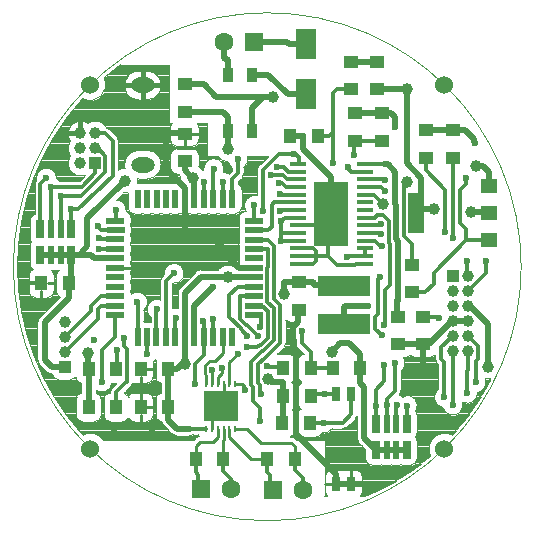
<source format=gbr>
*
*
G04 PADS 9.3 Build Number: 433611 generated Gerber (RS-274-X) file*
G04 PC Version=2.1*
*
%IN "LDC_Layout_20161209.pcb"*%
*
%MOIN*%
*
%FSLAX35Y35*%
*
*
*
*
G04 PC Standard Apertures*
*
*
G04 Thermal Relief Aperture macro.*
%AMTER*
1,1,$1,0,0*
1,0,$1-$2,0,0*
21,0,$3,$4,0,0,45*
21,0,$3,$4,0,0,135*
%
*
*
G04 Annular Aperture macro.*
%AMANN*
1,1,$1,0,0*
1,0,$2,0,0*
%
*
*
G04 Odd Aperture macro.*
%AMODD*
1,1,$1,0,0*
1,0,$1-0.005,0,0*
%
*
*
G04 PC Custom Aperture Macros*
*
*
*
*
*
*
G04 PC Aperture Table*
*
%ADD010C,0.001*%
%ADD012R,0.05903X0.01967*%
%ADD013R,0.01967X0.05903*%
%ADD014R,0.05709X0.01378*%
%ADD015R,0.11811X0.21654*%
%ADD016R,0.00984X0.02362*%
%ADD017R,0.11811X0.10236*%
%ADD018R,0.0689X0.10433*%
%ADD019R,0.05118X0.04134*%
%ADD020R,0.04134X0.05118*%
%ADD021R,0.0551X0.04723*%
%ADD022R,0.0551X0.13777*%
%ADD023R,0.177X0.069*%
%ADD024O,0.07874X0.05118*%
%ADD025C,0.06*%
%ADD026R,0.02992X0.05*%
%ADD027R,0.0374X0.04921*%
%ADD028R,0.03937X0.03937*%
%ADD029C,0.03937*%
%ADD030R,0.06297X0.06297*%
%ADD031C,0.06297*%
%ADD032R,0.026X0.059*%
%ADD033R,0.02X0.059*%
%ADD035C,0.01*%
%ADD036C,0.01181*%
%ADD037C,0.01969*%
%ADD038C,0.00984*%
%ADD039C,0.006*%
%ADD040C,0.02362*%
%ADD041C,0.00394*%
%ADD042C,0.01575*%
*
*
*
*
G04 PC Circuitry*
G04 Layer Name LDC_Layout_20161209.pcb - circuitry*
%LPD*%
*
*
G04 PC Custom Flashes*
G04 Layer Name LDC_Layout_20161209.pcb - flashes*
%LPD*%
*
*
G04 PC Circuitry*
G04 Layer Name LDC_Layout_20161209.pcb - circuitry*
%LPD*%
*
G54D10*
G54D12*
G01X343079Y409088D03*
X343117Y405940D03*
X343079Y402792D03*
Y399642D03*
Y396492D03*
Y393343D03*
Y390152D03*
Y387043D03*
Y383895D03*
Y380745D03*
Y377557D03*
X389335D03*
Y380705D03*
Y383855D03*
Y387005D03*
Y390152D03*
Y393303D03*
Y396452D03*
Y399602D03*
Y402752D03*
Y405902D03*
Y409050D03*
G54D13*
X350479Y370193D03*
X353627D03*
X356777D03*
X360005D03*
X363075D03*
X366225D03*
X369375D03*
X372524D03*
X375674D03*
X378824D03*
X381974D03*
X381985Y416430D03*
X378832D03*
X375684D03*
X372535D03*
X369387D03*
X366235D03*
X363087D03*
X359939D03*
X356789D03*
X353637D03*
X350489D03*
G54D14*
X403937Y427953D03*
Y425394D03*
Y422835D03*
Y420276D03*
Y417717D03*
Y415157D03*
Y412598D03*
Y410039D03*
Y407480D03*
Y404921D03*
Y402362D03*
Y399803D03*
Y397244D03*
Y394685D03*
X426181D03*
Y397244D03*
Y399803D03*
Y402362D03*
Y404921D03*
Y407480D03*
Y410039D03*
Y412598D03*
Y415157D03*
Y417717D03*
Y420276D03*
Y422835D03*
Y425394D03*
Y427953D03*
G54D15*
X415059Y411319D03*
G54D16*
X383071Y354724D03*
X381102D03*
X379134D03*
X377165D03*
X375197D03*
X373228D03*
Y339764D03*
X375197D03*
X377165D03*
X379134D03*
X381102D03*
X383071D03*
G54D17*
X378150Y347244D03*
G54D18*
X406693Y468110D03*
Y451181D03*
G54D19*
X366339Y445374D03*
Y454626D03*
X421457Y452854D03*
Y462106D03*
X441929Y394390D03*
Y385138D03*
X455709Y439272D03*
Y430020D03*
X446457Y439272D03*
Y430020D03*
X437402Y367815D03*
Y377067D03*
X422835Y444980D03*
Y435728D03*
X431890Y444980D03*
Y435728D03*
X445472Y367815D03*
Y377067D03*
X404134Y379429D03*
Y388681D03*
X366142Y438091D03*
Y428839D03*
X430315Y462106D03*
Y452854D03*
G54D20*
X401280Y437205D03*
X410531D03*
X408169Y359843D03*
X398917D03*
X351476Y359646D03*
X360728D03*
X318406Y388189D03*
X327657D03*
X351476Y346850D03*
X360728D03*
X415453Y359843D03*
X424705D03*
X408169Y350591D03*
X398917D03*
X407972Y341732D03*
X398720D03*
X379035Y329724D03*
X369783D03*
X402854D03*
X393602D03*
X343406Y346850D03*
X334154D03*
X343406Y359646D03*
X334154D03*
G54D21*
X467717Y402559D03*
Y411612D03*
Y420667D03*
G54D22*
X443308Y411612D03*
G54D23*
X419291Y387303D03*
Y374508D03*
G54D24*
X352165Y454134D03*
Y427756D03*
G54D25*
X334646Y333071D03*
X452756Y454331D03*
Y333071D03*
X334646Y454331D03*
G54D26*
X416732Y351181D03*
Y321260D03*
X421732Y351181D03*
Y321260D03*
G54D27*
X388583Y457677D03*
X380709D03*
Y438976D03*
X388583D03*
G54D28*
X326181Y360236D03*
X336417Y428150D03*
X455512Y390551D03*
G54D29*
X326181Y365236D03*
Y370236D03*
Y375236D03*
X331417Y428150D03*
X336417Y433150D03*
X331417D03*
X336417Y438150D03*
X331417D03*
X455512Y385551D03*
Y380551D03*
Y375551D03*
Y370551D03*
Y365551D03*
X460512D03*
Y370551D03*
Y375551D03*
Y380551D03*
Y385551D03*
Y390551D03*
X334055Y364961D03*
X366142Y361220D03*
X394094Y356299D03*
X415157Y365354D03*
X467126Y360433D03*
X399213Y384449D03*
X380512Y390157D03*
X432283Y414567D03*
X449409Y412795D03*
X461614Y411811D03*
X346260Y422441D03*
X368898Y423425D03*
X440354Y421850D03*
X380709Y432874D03*
X463386Y427165D03*
X395472Y450394D03*
X440354Y452953D03*
G54D30*
X389370Y468701D03*
X371654Y319488D03*
X395669Y319291D03*
G54D31*
X379370Y468701D03*
X381654Y319488D03*
X405669Y319291D03*
G54D32*
X328348Y406269D03*
X318108D03*
Y397669D03*
X328348D03*
X440159Y341308D03*
X429919D03*
Y332708D03*
X440159D03*
G54D33*
X324798Y406269D03*
X321658D03*
Y397669D03*
X324798D03*
X436609Y341308D03*
X433469D03*
Y332708D03*
X436609D03*
G54D35*
X425425Y321260D02*
X423228D01*
X421732Y325957D02*
Y323760D01*
X416732Y325957D02*
Y323760D01*
X413039Y321260D02*
X415236D01*
X355740Y346850D02*
X353543D01*
X351476Y351606D02*
Y349409D01*
Y342094D02*
Y344291D01*
X322669Y388189D02*
X320472D01*
X314142D02*
X316339D01*
X318406Y383433D02*
Y385630D01*
X366142Y433827D02*
Y436024D01*
X370898Y438091D02*
X368701D01*
X361386D02*
X363583D01*
X445472Y363551D02*
Y365748D01*
X366235Y411282D02*
Y413478D01*
X384187Y393303D02*
X386384D01*
X348227Y393343D02*
X346030D01*
X355740Y359646D02*
X353543D01*
X351476Y354890D02*
Y357087D01*
G54D36*
X371654Y319488D02*
X370731D01*
Y324427*
X369783Y325375*
Y329724*
X381654Y319488D02*
X381460D01*
Y323031*
X379035Y325456*
Y329921*
X395669Y319291D02*
X394747D01*
Y324230*
X393602Y325375*
Y329724*
X405669Y319291D02*
X405475D01*
Y323228*
X402854Y325849*
Y329921*
X367796Y339764D02*
X373228D01*
X391339Y342126D02*
Y346518D01*
X389075Y348782*
Y353746*
X388386Y354435*
X407972Y341732D02*
X412598D01*
X418812*
X421732Y344653*
Y351181*
X429919Y341308D02*
Y347441D01*
X429921*
X433469Y341308D02*
Y347638D01*
X433465*
X436609Y341308D02*
Y347638D01*
X436811*
X440159Y341308D02*
Y347441D01*
X440354*
X338583Y355315D02*
Y365945D01*
X343079Y370441*
Y377557*
X346863Y355425D02*
Y366227D01*
X345866Y367223*
Y369882*
X346663Y355225D02*
X346863Y355425D01*
X343406Y346850D02*
Y351968D01*
X346663Y355225*
X369685Y354724D02*
Y361417D01*
X372524Y364256*
Y370193*
X390551Y355082D02*
Y361117D01*
X392820Y363386*
X392991*
X397872Y368267*
X388386Y354435D02*
Y361852D01*
X392085Y365551*
X392265*
X395891Y369177*
X391732Y351181D02*
X391339D01*
Y354294*
X390551Y355082*
X408169Y350591D02*
Y351181D01*
X412795*
X416732*
X429921Y347441D02*
Y352756D01*
X432677Y355512*
Y361024*
X433465Y347638D02*
Y349606D01*
X436220Y352362*
Y361614*
X455512Y347638D02*
Y365551D01*
X452756Y350197D02*
Y361792D01*
X451753Y362795*
Y366792*
X460433Y351575D02*
Y359105D01*
X460512Y359183*
Y365551*
X463189Y355118D02*
Y362362D01*
X463871Y363044*
X326181Y365236D02*
X337205Y376260D01*
Y379613*
X338336Y380745*
X343079*
X343406Y359646D02*
X343504D01*
Y365945*
X353740Y364764D02*
Y364567D01*
X353627*
Y370193*
X398917Y359843D02*
Y360288D01*
X393701*
Y360630*
X408169Y359843D02*
Y365207D01*
X405118Y368258*
Y372244*
X408169Y359843D02*
X415453D01*
X463871Y363044D02*
Y367192D01*
X460512Y370551*
X326181Y370236D02*
X335039Y379094D01*
Y380598*
X338336Y383895*
X343079*
X350479Y370193D02*
Y381805D01*
X350394Y381890*
X354019Y367833D02*
Y370193D01*
X353627*
X360005D02*
Y383701D01*
X360039Y383735*
Y388976*
X362598Y391535*
X356777Y370193D02*
Y379528D01*
X356890*
X363075Y370193D02*
Y376575D01*
X363189*
X375674Y370193D02*
Y376181D01*
X375591*
X372524Y370193D02*
Y375591D01*
X372441*
X391339Y373622D02*
X391696D01*
Y377557*
X389335*
X390748Y370472D02*
Y370566D01*
X387101Y374213*
X386778*
X384593Y376397*
X387008Y366929D02*
X390354D01*
X391142Y367717*
X391629*
X393910Y369998*
Y378883*
X387008Y370669D02*
X384843Y372835D01*
Y373286*
X381102Y377026*
Y377362*
X395891Y369177D02*
Y379866D01*
X393701Y382057*
X397872Y368267D02*
Y380850D01*
X395854Y382868*
X431890Y370866D02*
X429724Y373031D01*
Y376870*
X432480Y374213D02*
X432874D01*
Y385901*
X434646Y387673*
X451753Y366792D02*
X455512Y370551D01*
X381102Y377362D02*
Y384249D01*
X383858Y387005*
X389335*
X384593Y376397D02*
Y383855D01*
X389335*
X393701Y382057D02*
Y393383D01*
X394077Y393760*
Y399602*
X395854Y382868D02*
Y388598D01*
X396063Y388807*
X393910Y378883D02*
X392088Y380705D01*
X389335*
X429724Y376870D02*
X430721Y377867D01*
Y389776*
X431299Y390354*
X436956Y377067D02*
X437402D01*
X436811Y382087D02*
X436956D01*
X441929Y385138D02*
X446279D01*
X449213Y388072*
Y391732*
X460039Y402559*
X450787Y376772D02*
Y376973D01*
X445472*
Y377067*
X460512Y385551D02*
X466535Y391575D01*
Y395669*
X313583Y388189D02*
X318406D01*
X396063Y388807D02*
Y400766D01*
X394077Y402752*
X389335*
X403937Y394685D02*
X409055D01*
X410039Y395669*
Y397244*
X422835Y394291D02*
X423228Y394685D01*
X426181*
X422835Y394291D02*
X416929D01*
X413976Y397244*
X434646Y387673D02*
Y401431D01*
X434311Y401766*
Y408893*
X432377Y410827*
X441929Y394390D02*
Y401208D01*
X439163Y403974*
X460512Y390551D02*
X460374D01*
Y395669*
X460236*
X337598Y399606D02*
Y399642D01*
X343079*
Y402792D02*
X337598D01*
Y403346*
X343117Y405940D02*
X338375D01*
X337402Y406913*
Y407283*
X389335Y405902D02*
X394077D01*
X395276Y407100*
Y414370*
X396063Y415157*
X403937*
X389335Y399602D02*
X394077D01*
X398425Y408858D02*
Y404921D01*
X403937*
X398425D02*
Y402362D01*
X403937*
X413976Y397244D02*
X410039D01*
Y398819*
X409055Y399803*
X403937*
Y397244D02*
X410039D01*
X413976D02*
Y402362D01*
X415059Y403445*
Y411319*
X420276Y397047D02*
Y397244D01*
X426181*
X431693Y404724D02*
Y404921D01*
X426181*
X431890Y400591D02*
X431251D01*
X429480Y402362*
X426181*
Y397244D02*
Y399803D01*
X439163Y403974D02*
Y420659D01*
X440354Y421850*
X460039Y402559D02*
Y406409D01*
X458058Y408390*
X460039Y402559D02*
X467717D01*
X455709Y403150D02*
Y430020D01*
X452953Y405315D02*
Y419287D01*
X446457Y425783*
Y430020*
X318108Y406269D02*
Y415746D01*
X318110Y415748*
Y421260*
X320079Y423228*
X321658Y406269D02*
Y420074D01*
X321654Y420079*
Y420276*
X328348Y412795D02*
X330764D01*
X336472Y418504*
X336566*
X342126Y424064*
Y435591*
X328346Y412795D02*
X328348D01*
X324798Y406269D02*
Y416934D01*
X324705Y417028*
X328348Y406269D02*
Y412795D01*
X343079Y409088D02*
X343307D01*
Y412598*
X389335Y409050D02*
X389370D01*
Y414173*
X398425Y408858D02*
X399606Y410039D01*
X403937*
X392323Y412205D02*
Y421850D01*
X392310Y421863*
Y426065*
X398031Y412402D02*
Y412598D01*
X403937*
Y407480D02*
X411220D01*
X415059Y411319*
X426181Y410039D02*
X429480D01*
X430267Y410827*
X432377*
X426181Y407480D02*
X431496D01*
Y408071*
X432283Y414567D02*
X429134Y417717D01*
X426181*
X458058Y408390D02*
Y419279D01*
X460039Y421260*
Y423425*
X467717Y411612D02*
Y411811D01*
X321654Y420276D02*
X331845D01*
X336373Y424803*
Y425985*
X336417Y428150*
X324705Y417028D02*
X324803Y417126D01*
X331497*
X339776Y425405*
Y430694*
X372535Y416430D02*
Y421850D01*
X372638*
X375684Y416430D02*
Y426274D01*
X375787Y426378*
X378832Y416430D02*
Y421850D01*
X378937*
X381985Y416430D02*
Y422928D01*
X383858Y424801*
Y429528*
X392310Y426065D02*
X397544Y431299D01*
X402559*
X394882Y424213D02*
X394894Y424225D01*
X398910*
X403937Y417717D02*
X398031D01*
Y417913*
X403937Y420276D02*
X399858D01*
X398480Y421654*
X397638*
X403937Y422835D02*
X400301D01*
X398910Y424225*
X403937Y425394D02*
X400765D01*
X399190Y426969*
X396850*
X426181Y425394D02*
X421536D01*
X420472Y426457*
Y426969*
X433071Y422638D02*
Y422835D01*
X426181*
X432874Y419094D02*
X431693Y420276D01*
X426181*
X339776Y430694D02*
X337321Y433150D01*
X336417*
X342126Y435591D02*
X339567Y438150D01*
X336417*
X404134Y430118D02*
X402953Y431299D01*
X402559*
X403937Y427953D02*
X404134D01*
Y430118*
X415748Y428150D02*
Y438564D01*
X422638Y431102D02*
Y435728D01*
X422835*
X431890*
X426181Y427953D02*
X432771D01*
X410531Y437205D02*
X414389D01*
X415748Y438564*
Y451495*
X417107Y452854*
X421457*
G54D37*
X421732Y321260D02*
X416732D01*
Y324570*
X403346Y337956*
Y364617*
X402153Y365811*
X421732Y321260D02*
X427362D01*
X429919Y332708D02*
X425984Y336643D01*
Y353634*
X424705Y354914*
Y359843*
X429919Y332708D02*
X433469D01*
X440159D02*
X436609D01*
X433469*
X367796Y339764D02*
X363672D01*
X360728Y342707*
Y346850*
X398720Y341732D02*
X398917D01*
Y350591*
X334154Y346850D02*
Y359646D01*
X360728Y346850D02*
Y359646D01*
X398917Y350591D02*
Y355334D01*
X398835Y355417*
X394977*
X394094Y356299*
X326181Y360236D02*
X322028D01*
X319488Y362776*
Y375276*
X334154Y359646D02*
X334055D01*
Y364961*
X360728Y359646D02*
X363780D01*
X365354Y361220*
X366142*
Y370110*
X366225Y370193*
X402153Y365811D02*
Y373472D01*
X403858Y375178*
Y379429*
X404134*
X415157Y365354D02*
X418094Y368291D01*
X421000*
X424705Y359843D02*
Y364586D01*
X421000Y368291*
X445472Y361811D02*
Y367815D01*
X467126Y360433D02*
Y374600D01*
X460843Y380882*
X319488Y375276D02*
X327657Y383446D01*
Y388189*
X369375Y370193D02*
Y380596D01*
X375591Y386811*
X366225Y370193D02*
Y385039D01*
X371540Y390354*
X380315*
X419291Y374508D02*
Y380142D01*
X419858Y380709*
X426969*
X437402Y367815D02*
X445472D01*
Y367717*
Y367815D02*
X447468D01*
X455205Y375551*
X460512*
X399213Y384449D02*
Y388602D01*
X399292Y388681*
X404134*
X427165Y380512D02*
X426969Y380709D01*
X436956Y377067D02*
Y382087D01*
X437205Y382335*
Y402402*
X436737Y402870*
Y414444*
X436417Y414764*
Y425394*
X433858Y427953*
X432771*
X460512Y380551D02*
X460843Y380882D01*
X327657Y388189D02*
X328348D01*
Y397669*
X380512Y390157D02*
X380315Y390354D01*
X389335Y393303D02*
X384199D01*
X378937Y398566*
Y400000*
X375984Y402953*
X389335Y390152D02*
X383465D01*
X383460Y390157*
X380907*
X380512*
X419291Y387303D02*
Y387598D01*
X409252*
Y388306*
X408877Y388681*
X404134*
X324798Y397669D02*
X321658D01*
X318108*
X331833D02*
Y398762D01*
X333661Y400591*
Y409843*
X346260Y422441*
X331833Y397669D02*
X328348D01*
X324798*
X338941Y396457D02*
X338976Y396492D01*
X343079*
X338941Y396457D02*
X336024D01*
X334812Y397669*
X331833*
X366339Y403150D02*
X366235Y403253D01*
Y416430*
X415059Y411319D02*
Y423693D01*
X405709Y433044*
Y437205*
X443308Y411612D02*
X445079D01*
Y423424*
X443308Y411612D02*
Y412795D01*
X449409*
X461614Y411811D02*
X467717D01*
X360039Y426161D02*
Y437205D01*
X361024Y438189*
X368307Y423622D02*
X366142Y425787D01*
Y428839*
X368209Y423524D02*
X368307Y423622D01*
X368898Y423425D02*
X368307D01*
X368209Y423524*
X366235Y416430D02*
Y419965D01*
X360039Y426161*
X369387Y416430D02*
Y422542D01*
X368307Y423622*
X445079Y423424D02*
X440354Y428148D01*
Y452854*
X467717Y420667D02*
Y425213D01*
X465764Y427165*
X463386*
X380709Y432874D02*
Y438976D01*
X462795Y435039D02*
Y435236D01*
X462746Y435285*
Y436270*
X459744Y439272*
X455709*
X366142Y438091D02*
X366043Y438189D01*
X361024*
X380709Y438976D02*
Y443621D01*
X378956Y445374*
X366339*
X388583Y438976D02*
Y446654D01*
X392323Y450394*
X401280Y437205D02*
X405709D01*
X431890Y444980D02*
X431988Y445079D01*
X434843*
X422835Y444980D02*
X431890D01*
X436220Y440354D02*
Y443701D01*
X434843Y445079*
X446457Y439272D02*
X455709D01*
X392323Y450394D02*
X376772D01*
X372539Y454626*
X366339*
X392323Y450394D02*
X395472D01*
X406693Y451181D02*
X400591D01*
X394094Y457677*
X388583*
X430315Y452854D02*
X440354D01*
Y452953*
X380709Y457677D02*
Y462322D01*
X380235Y462795*
X379921*
X379370Y463346*
Y468701*
X421457Y462106D02*
X430315D01*
X406693Y468110D02*
X400964D01*
X400373Y468701*
X389370*
G54D38*
X369783Y329724D02*
Y333976D01*
X371241Y335433*
X375708*
X377165Y336891*
Y339764*
X379035Y329921D02*
Y335925D01*
X379134Y336024*
Y339764*
X379035Y329724D02*
Y329921D01*
X393602Y329724D02*
X388269D01*
X381102Y336891*
Y339764*
X402854Y329921D02*
Y333976D01*
X401735Y335095*
X391535*
X386867Y339764*
X383071*
X402854Y329724D02*
Y329921D01*
X375197Y339764D02*
Y344488D01*
X375394*
X378150Y347244*
X379134Y348228*
Y354724*
X373228D02*
Y357677D01*
X372920Y357985*
X375197Y354724D02*
Y359252D01*
X375394*
X377165Y354724D02*
Y356891D01*
X378543Y358269*
Y360039*
X381102Y354724D02*
Y362008D01*
X383858Y364764*
X386417Y352756D02*
Y353562D01*
X385255Y354724*
X383071*
X372920Y357985D02*
Y360867D01*
X374455Y362402*
X376378*
X378824Y364847*
Y370193*
G54D39*
X445472Y367717D02*
Y367815D01*
G54D40*
X427362Y321260D03*
X342520Y338780D03*
X355118Y338976D03*
X391339Y342126D03*
X412598Y341732D03*
X338583Y355315D03*
X369685Y354724D03*
X386417Y352756D03*
X391732Y351181D03*
X412795D03*
X429921Y347441D03*
X440354D03*
X436811Y347638D03*
X433465D03*
X455512D03*
X452756Y350197D03*
X460433Y351575D03*
X463189Y355118D03*
X343504Y365945D03*
X353740Y364764D03*
X375394Y359252D03*
X378543Y360039D03*
X383858Y364764D03*
X393701Y360630D03*
X432677Y361024D03*
X436220Y361614D03*
X445472Y361811D03*
X336024Y369291D03*
X345866Y369882D03*
X375591Y376181D03*
X372441Y375591D03*
X390748Y370472D03*
X387008Y366929D03*
X391339Y373622D03*
X387008Y370669D03*
X405118Y372244D03*
X431890Y370866D03*
X432480Y374213D03*
X350394Y381890D03*
X356890Y379528D03*
X363189Y376575D03*
X427165Y380512D03*
X436811Y382087D03*
X450787Y376772D03*
X313583Y388189D03*
X355906Y392913D03*
X362598Y391535D03*
X375591Y386811D03*
X431299Y390354D03*
X460236Y395669D03*
X466535D03*
X337598Y403346D03*
Y399606D03*
X356102Y403346D03*
X366339Y403150D03*
X375984Y402953D03*
X398425Y402362D03*
X420276Y397047D03*
X431693Y404724D03*
X431890Y400591D03*
X455709Y403150D03*
X452953Y405315D03*
X328346Y412795D03*
X337402Y407283D03*
X343307Y412598D03*
X389370Y414173D03*
X398425Y408858D03*
X392323Y412205D03*
X398031Y412402D03*
X431496Y408071D03*
X320079Y423228D03*
X321654Y420276D03*
X324803Y417126D03*
X378937Y421850D03*
X372638D03*
X398031Y417913D03*
X394882Y424213D03*
X397638Y421654D03*
X433071Y422638D03*
X432874Y419094D03*
X460039Y423425D03*
X375787Y426378D03*
X383858Y429528D03*
X396850Y426969D03*
X402559Y431299D03*
X420472Y426969D03*
X415748Y428150D03*
X422638Y431102D03*
X462795Y435039D03*
X361024Y438189D03*
X405709Y437205D03*
X436220Y440354D03*
G54D41*
X393879Y430445D02*
G75*
G03X393851Y430512I-28J27D01*
G01X387142*
G03X387105Y430462I0J-40*
G01X385862Y426808D02*
G03X387105Y430462I-2004J2720D01*
G01X385862Y426808D02*
G03X385846Y426776I23J-32D01*
G01Y424801*
X385264Y423395D02*
G03X385846Y424801I-1406J1406D01*
G01X385264Y423395D02*
X383984Y422116D01*
G03X383973Y422088I28J-28*
G01Y421360*
G03X383994Y421325I39J-0*
G01X385165Y419382D02*
G03X383994Y421325I-2196J-0D01*
G01X385165Y419382D02*
Y413478D01*
X382969Y411282D02*
G03X385165Y413478I-0J2196D01*
G01X382969Y411282D02*
X381002D01*
X380419Y411360D02*
G03X381002Y411282I583J2118D01*
G01X380419Y411360D02*
G03X380398I-10J-38D01*
G01X379815Y411282D02*
G03X380398Y411360I0J2196D01*
G01X379815Y411282D02*
X377849D01*
X377268Y411360D02*
G03X377849Y411282I581J2118D01*
G01X377268Y411360D02*
G03X377247I-10J-38D01*
G01X376667Y411282D02*
G03X377247Y411360I-0J2196D01*
G01X376667Y411282D02*
X374700D01*
X374120Y411360D02*
G03X374700Y411282I580J2118D01*
G01X374120Y411360D02*
G03X374099I-11J-38D01*
G01X373519Y411282D02*
G03X374099Y411360I-0J2196D01*
G01X373519Y411282D02*
X371552D01*
X370971Y411360D02*
G03X371552Y411282I581J2118D01*
G01X370971Y411360D02*
G03X370951I-10J-38D01*
G01X370370Y411282D02*
G03X370951Y411360I0J2196D01*
G01X370370Y411282D02*
X368404D01*
X367822Y411360D02*
G03X368404Y411282I582J2118D01*
G01X367821Y411360D02*
G03X367801I-10J-38D01*
G01X367219Y411282D02*
G03X367801Y411360I-0J2196D01*
G01X367219Y411282D02*
X365252D01*
X364671Y411360D02*
G03X365252Y411282I581J2118D01*
G01X364671Y411360D02*
G03X364651I-10J-38D01*
G01X364070Y411282D02*
G03X364651Y411360I0J2196D01*
G01X364070Y411282D02*
X362104D01*
X361523Y411360D02*
G03X362104Y411282I581J2118D01*
G01X361523Y411360D02*
G03X361502I-10J-38D01*
G01X360922Y411282D02*
G03X361502Y411360I-0J2196D01*
G01X360922Y411282D02*
X358955D01*
X358374Y411360D02*
G03X358955Y411282I581J2118D01*
G01X358374Y411360D02*
G03X358353I-10J-38D01*
G01X357772Y411282D02*
G03X358353Y411360I-0J2196D01*
G01X357772Y411282D02*
X355805D01*
X355223Y411360D02*
G03X355805Y411282I582J2118D01*
G01X355223Y411360D02*
G03X355202I-10J-38D01*
G01X354620Y411282D02*
G03X355202Y411360I0J2196D01*
G01X354620Y411282D02*
X352654D01*
X352073Y411360D02*
G03X352654Y411282I581J2118D01*
G01X352073Y411360D02*
G03X352052I-10J-38D01*
G01X351472Y411282D02*
G03X352052Y411360I-0J2196D01*
G01X351472Y411282D02*
X349505D01*
X347308Y413478D02*
G03X349505Y411282I2197J0D01*
G01X347308Y413478D02*
Y418359D01*
G03X347260Y418397I-39J0*
G01X345547Y418337D02*
G03X347260Y418397I713J4104D01*
G01X345547Y418337D02*
G03X345512Y418326I-7J-39D01*
G01X343230Y416043*
G03X343258Y415976I27J-28*
G01X346663Y412209D02*
G03X343258Y415976I-3356J389D01*
G01X346663Y412209D02*
G03X346690Y412167I39J-4D01*
G01X348227Y410072D02*
G03X346690Y412167I-2197J-0D01*
G01X348227Y410072D02*
Y408105D01*
X348167Y407593D02*
G03X348227Y408105I-2137J512D01*
G01X348167Y407593D02*
G03Y407573I38J-9D01*
G01X348265Y406923D02*
G03X348167Y407573I-2196J0D01*
G01X348265Y406923D02*
Y404957D01*
X348167Y404308D02*
G03X348265Y404957I-2098J649D01*
G01X348167Y404308D02*
G03Y404287I38J-12D01*
G01X348227Y403775D02*
G03X348167Y404287I-2197J0D01*
G01X348227Y403775D02*
Y401808D01*
X348149Y401227D02*
G03X348227Y401808I-2119J581D01*
G01X348149Y401227D02*
G03Y401206I38J-10D01*
G01X348227Y400625D02*
G03X348149Y401206I-2197J0D01*
G01X348227Y400625D02*
Y398658D01*
X348149Y398077D02*
G03X348227Y398658I-2119J581D01*
G01X348149Y398077D02*
G03Y398056I38J-10D01*
G01X348227Y397475D02*
G03X348149Y398056I-2197J0D01*
G01X348227Y397475D02*
Y395508D01*
X348149Y394928D02*
G03X348227Y395508I-2119J580D01*
G01X348149Y394928D02*
G03Y394907I38J-10D01*
G01X348227Y394327D02*
G03X348149Y394907I-2197J-0D01*
G01X348227Y394327D02*
Y392360D01*
X348143Y391758D02*
G03X348227Y392360I-2113J602D01*
G01X348143Y391758D02*
G03Y391737I38J-10D01*
G01X348227Y391135D02*
G03X348143Y391737I-2197J0D01*
G01X348227Y391135D02*
Y389168D01*
X348154Y388608D02*
G03X348227Y389168I-2124J560D01*
G01X348154Y388608D02*
G03Y388588I38J-10D01*
G01X348227Y388027D02*
G03X348154Y388588I-2197J-0D01*
G01X348227Y388027D02*
Y386060D01*
X348149Y385480D02*
G03X348227Y386060I-2119J580D01*
G01X348149Y385480D02*
G03Y385459I38J-11D01*
G01X348227Y384878D02*
G03X348149Y385459I-2197J0D01*
G01X348227Y384878D02*
Y384564D01*
G03X348291Y384533I39J0*
G01X352481Y379234D02*
G03X348291Y384533I-2087J2656D01*
G01X352481Y379234D02*
G03X352466Y379203I24J-31D01*
G01Y375377*
G03X352508Y375338I39J0*
G01X352644Y375342D02*
G03X352508Y375338I-0J-2197D01*
G01X352644Y375342D02*
X354610D01*
X354748Y375338D02*
G03X354610Y375342I-138J-2193D01*
G01X354748Y375338D02*
G03X354789Y375377I2J39D01*
G01Y376863*
G03X354775Y376894I-39J-0*
G01X357966Y382730D02*
G03X354775Y376894I-1076J-3202D01*
G01X357966Y382730D02*
G03X358018Y382767I12J37D01*
G01Y383701*
X358051Y384064D02*
G03X358018Y383701I1954J-363D01*
G01X358051Y384064D02*
G03X358052Y384072I-38J8D01*
G01Y388976*
X358634Y390382D02*
G03X358052Y388976I1405J-1406D01*
G01X358634Y390382D02*
X359248Y390995D01*
G03X359259Y391029I-28J28*
G01X362092Y388196D02*
G03X359259Y391029I506J3339D01*
G01X362092Y388196D02*
G03X362058Y388185I-6J-39D01*
G01X362038Y388165*
G03X362027Y388137I28J-28*
G01Y383735*
X361993Y383372D02*
G03X362027Y383735I-1954J363D01*
G01X361993Y383372D02*
G03Y383365I39J-7D01*
G01Y379790*
G03X362045Y379753I39J0*
G01X363798Y379897D02*
G03X362045Y379753I-609J-3322D01*
G01X363798Y379897D02*
G03X363844Y379936I7J39D01*
G01Y385039*
X364542Y386723D02*
G03X363844Y385039I1683J-1684D01*
G01X364542Y386723D02*
X369856Y392038D01*
X371540Y392735D02*
G03X369856Y392038I0J-2381D01*
G01X371540Y392735D02*
X377221D01*
G03X377252Y392750I0J40*
G01X383922Y392550D02*
G03X377252Y392750I-3410J-2393D01*
G01X383922Y392550D02*
G03X383954Y392533I32J22D01*
G01X384147*
G03X384187Y392572I0J39*
G01Y394287*
X384265Y394867D02*
G03X384187Y394287I2119J-580D01*
G01X384265Y394867D02*
G03Y394888I-38J11D01*
G01X384187Y395468D02*
G03X384265Y394888I2197J0D01*
G01X384187Y395468D02*
Y397435D01*
X384265Y398016D02*
G03X384187Y397435I2119J-581D01*
G01X384265Y398016D02*
G03Y398037I-38J11D01*
G01X384187Y398618D02*
G03X384265Y398037I2197J0D01*
G01X384187Y398618D02*
Y400585D01*
X384265Y401166D02*
G03X384187Y400585I2119J-581D01*
G01X384265Y401166D02*
G03Y401187I-38J11D01*
G01X384187Y401768D02*
G03X384265Y401187I2197J0D01*
G01X384187Y401768D02*
Y403735D01*
X384265Y404316D02*
G03X384187Y403735I2119J-581D01*
G01X384265Y404316D02*
G03Y404337I-38J11D01*
G01X384187Y404918D02*
G03X384265Y404337I2197J0D01*
G01X384187Y404918D02*
Y406885D01*
X384265Y407466D02*
G03X384187Y406885I2119J-581D01*
G01X384265Y407466D02*
G03Y407486I-38J10D01*
G01X384187Y408067D02*
G03X384265Y407486I2197J-0D01*
G01X384187Y408067D02*
Y410033D01*
X386384Y412230D02*
G03X384187Y410033I-0J-2197D01*
G01X386384Y412230D02*
X386532D01*
G03X386565Y412292I-0J40*
G01X390285Y417425D02*
G03X386565Y412292I-915J-3252D01*
G01X390285Y417425D02*
G03X390335Y417463I11J38D01*
G01Y421637*
G03Y421642I-39J0*
G01X390323Y421863D02*
G03X390335Y421642I1987J-0D01*
G01X390323Y421863D02*
Y426065D01*
X390905Y427471D02*
G03X390323Y426065I1405J-1406D01*
G01X390905Y427471D02*
X393879Y430445D01*
X381871Y425640D02*
Y426776D01*
G03X381855Y426808I-40J0*
G01X380588Y428682D02*
G03X381855Y426808I3270J846D01*
G01X380588Y428682D02*
G03X380551Y428712I-38J-10D01*
G01X377290Y430495D02*
G03X380551Y428712I3419J2379D01*
G01X377290Y430495D02*
G03X377257Y430512I-33J-23D01*
G01X373622*
Y441496*
G03X373583Y441535I-39J0*
G01X370492*
G03X370461Y441472I0J-39*
G01X370898Y440157D02*
G03X370461Y441472I-2197J0D01*
G01X370898Y440157D02*
Y436024D01*
X368701Y433827D02*
G03X370898Y436024I-0J2197D01*
G01X368701Y433827D02*
X363583D01*
X361386Y436024D02*
G03X363583Y433827I2197J-0D01*
G01X361386Y436024D02*
Y440157D01*
X361823Y441472D02*
G03X361386Y440157I1760J-1315D01*
G01X361823Y441472D02*
G03X361791Y441535I-32J24D01*
G01X361024*
Y460984*
G03X360984Y461024I-40J0*
G01X344744*
G03X344721Y461016I0J-40*
X344701Y461002I48980J-67315*
X344685Y460970I23J-32*
G01Y460827*
X344475*
G03X344452Y460819I-0J-40*
X339298Y456714I49249J-67118*
X339288Y456666I25J-30*
G01X332189Y449751D02*
G03X339288Y456666I2457J4580D01*
G01X332189Y449751D02*
G03X332141Y449743I-19J-34D01*
Y337658I61560J-56042*
X332189Y337650I29J27*
G01X338910Y336040D02*
G03X332189Y337650I-4264J-2969D01*
G01X338911Y336040D02*
G03X338943Y336024I32J23D01*
G01X369144*
G03X369172Y336035I-0J39*
G01X369905Y336769*
X370892Y337290D02*
G03X369905Y336769I349J-1857D01*
G01X370892Y337290D02*
G03X370918Y337350I-7J38D01*
G01X370703Y337752D02*
G03X370918Y337350I2033J831D01*
G01X370702Y337752D02*
G03X370666Y337776I-36J-15D01*
G01X369119*
G03X369098Y337770I0J-39*
G01X367796Y337383D02*
G03X369098Y337770I0J2381D01*
G01X367796Y337383D02*
X363672D01*
X361988Y338080D02*
G03X363672Y337383I1684J1684D01*
G01X361988Y338080D02*
X359045Y341023D01*
X358431Y342082D02*
G03X359045Y341023I2297J625D01*
G01X358431Y342082D02*
G03X358398Y342110I-38J-11D01*
G01X356465Y344291D02*
G03X358398Y342110I2196J0D01*
G01X356465Y344291D02*
Y349409D01*
X358314Y351579D02*
G03X356465Y349409I347J-2170D01*
G01X358314Y351579D02*
G03X358347Y351618I-6J39D01*
G01Y354879*
X358347D02*
G03X358314Y354917I-39J-0D01*
G01X356465Y357087D02*
G03X358314Y354917I2196J-0D01*
G01X356465Y357087D02*
Y362205D01*
X356527Y362723D02*
G03X356465Y362205I2134J-518D01*
G01X356527Y362723D02*
G03X356457Y362756I-39J10D01*
G01X355756Y362053D02*
G03X356457Y362756I-2016J2711D01*
G01X355756Y362053D02*
G03X355740Y362022I24J-31D01*
G01Y357087*
X353543Y354890D02*
G03X355740Y357087I0J2197D01*
G01X353543Y354890D02*
X349409D01*
X348838Y354965D02*
G03X349409Y354890I571J2122D01*
G01X348838Y354965D02*
G03X348789Y354937I-10J-38D01*
G01X348268Y354020D02*
G03X348789Y354937I-1405J1405D01*
G01X348268Y354020D02*
X348068Y353820D01*
X345879Y351631*
G03X345899Y351564I28J-28*
G01X347406Y350452D02*
G03X345899Y351564I-1934J-1043D01*
G01X347406Y350452D02*
G03X347476I35J18D01*
G01X349409Y351606D02*
G03X347476Y350452I0J-2197D01*
G01X349409Y351606D02*
X353543D01*
X355740Y349409D02*
G03X353543Y351606I-2197J0D01*
G01X355740Y349409D02*
Y344291D01*
X353543Y342094D02*
G03X355740Y344291I0J2197D01*
G01X353543Y342094D02*
X349409D01*
X347476Y343249D02*
G03X349409Y342094I1933J1042D01*
G01X347476Y343249D02*
G03X347406I-35J-19D01*
G01X345472Y342094D02*
G03X347406Y343249I0J2197D01*
G01X345472Y342094D02*
X341339D01*
X339142Y344291D02*
G03X341339Y342094I2197J0D01*
G01X339142Y344291D02*
Y349409D01*
X341339Y351606D02*
G03X339142Y349409I-0J-2197D01*
G01X341339Y351606D02*
X341379D01*
G03X341418Y351646I-0J40*
G01Y351968*
X342000Y353373D02*
G03X341418Y351968I1406J-1405D01*
G01X342000Y353373D02*
X343449Y354823D01*
G03X343422Y354890I-27J27*
G01X341968*
G03X341929Y354856I0J-40*
G01X336597Y352582D02*
G03X341929Y354856I1986J2733D01*
G01X336597Y352582D02*
G03X336535Y352550I-23J-32D01*
G01Y351618*
G03X336568Y351579I39J-0*
G01X338417Y349409D02*
G03X336568Y351579I-2197J0D01*
G01X338417Y349409D02*
Y344291D01*
X336220Y342094D02*
G03X338417Y344291I0J2197D01*
G01X336220Y342094D02*
X332087D01*
X329890Y344291D02*
G03X332087Y342094I2197J0D01*
G01X329890Y344291D02*
Y349409D01*
X331739Y351579D02*
G03X329890Y349409I348J-2170D01*
G01X331739Y351579D02*
G03X331772Y351618I-6J39D01*
G01Y354879*
X331772D02*
G03X331739Y354917I-39J-0D01*
G01X329904Y356837D02*
G03X331739Y354917I2183J250D01*
G01X329904Y356837D02*
G03X329835Y356858I-39J-4D01*
G01X328150Y356071D02*
G03X329835Y356858I-0J2197D01*
G01X328150Y356071D02*
X324213D01*
X322061Y357824D02*
G03X324213Y356071I2152J444D01*
G01X322061Y357824D02*
G03X322023Y357855I-38J-8D01*
G01X320345Y358553D02*
G03X322023Y357855I1683J1683D01*
G01X320345Y358553D02*
X317804Y361093D01*
X317107Y362776D02*
G03X317804Y361093I2381J0D01*
G01X317107Y362776D02*
Y375276D01*
X317804Y376960D02*
G03X317107Y375276I1684J-1684D01*
G01X317804Y376960D02*
X324506Y383662D01*
G03X324498Y383724I-27J28*
G01X323394Y385630D02*
G03X324498Y383724I2197J-0D01*
G01X323394Y385630D02*
Y390748D01*
X324204Y392452D02*
G03X323394Y390748I1387J-1704D01*
G01X324204Y392452D02*
G03X324179Y392522I-25J30D01*
G01X323798*
X323238Y392594D02*
G03X323798Y392522I560J2125D01*
G01X323238Y392594D02*
G03X323218I-10J-38D01*
G01X322658Y392522D02*
G03X323218Y392594I0J2197D01*
G01X322658Y392522D02*
X321884D01*
G03X321859Y392452I0J-40*
G01X322669Y390748D02*
G03X321859Y392452I-2197J0D01*
G01X322669Y390748D02*
Y385630D01*
X320472Y383433D02*
G03X322669Y385630I0J2197D01*
G01X320472Y383433D02*
X316339D01*
X314142Y385630D02*
G03X316339Y383433I2197J-0D01*
G01X314142Y385630D02*
Y390748D01*
X315592Y392814D02*
G03X314142Y390748I747J-2066D01*
G01X315592Y392814D02*
G03X315600Y392884I-14J37D01*
G01X314611Y394719D02*
G03X315600Y392884I2197J-0D01*
G01X314611Y394719D02*
Y400619D01*
X315057Y401945D02*
G03X314611Y400619I1751J-1326D01*
G01X315057Y401945D02*
G03Y401992I-31J24D01*
G01X314611Y403319D02*
G03X315057Y401992I2197J-0D01*
G01X314611Y403319D02*
Y409219D01*
X316094Y411296D02*
G03X314611Y409219I714J-2077D01*
G01X316094Y411296D02*
G03X316121Y411333I-12J37D01*
G01Y415746*
X316123Y415832D02*
G03X316121Y415746I1985J-86D01*
G01X316123Y415832D02*
Y415834D01*
Y421260*
X316705Y422665D02*
G03X316123Y421260I1405J-1405D01*
G01X316705Y422665D02*
X316728Y422688D01*
G03X316739Y422722I-28J28*
G01X323456Y423155D02*
G03X316739Y422722I-3377J73D01*
G01X323456Y423155D02*
Y423154D01*
G03X323474Y423121I39J0*
G01X324373Y422279D02*
G03X323474Y423121I-2719J-2003D01*
G01X324373Y422279D02*
G03X324405Y422263I32J23D01*
G01X331006*
G03X331034Y422275I-0J39*
G01X332957Y424198*
G03X332915Y424263I-27J28*
G01X328068Y430626D02*
G03X332915Y424263I3349J-2476D01*
G01X328068Y430626D02*
G03Y430673I-31J24D01*
G01Y435626D02*
G03Y430673I3349J-2476D01*
G01Y435626D02*
G03Y435673I-31J24D01*
G01X333894Y441499D02*
G03X328068Y435673I-2477J-3349D01*
G01X333894Y441499D02*
G03X333941I23J31D01*
G01X340112Y440074D02*
G03X333941Y441499I-3695J-1924D01*
G01X340112Y440074D02*
G03X340135Y440054I35J18D01*
G01X340972Y439555D02*
G03X340135Y440054I-1405J-1405D01*
G01X340972Y439555D02*
X343531Y436996D01*
X344113Y435591D02*
G03X343531Y436996I-1987J-0D01*
G01X344113Y435591D02*
Y426080D01*
G03X344173Y426046I40J-0*
G01X346124Y426604D02*
G03X344173Y426046I136J-4163D01*
G01X346124Y426604D02*
G03X346161Y426653I-1J39D01*
G01X350787Y432512D02*
G03X346161Y426653I0J-4756D01*
G01X350787Y432512D02*
X353543D01*
Y423000D02*
G03Y432512I0J4756D01*
G01Y423000D02*
X350787D01*
X350434Y423013D02*
G03X350787Y423000I353J4743D01*
G01X350434Y423013D02*
G03X350392Y422969I-3J-39D01*
G01X350345Y421626D02*
G03X350392Y422969I-4085J815D01*
G01X350345Y421626D02*
G03X350383Y421579I38J-8D01*
G01X351472*
X352052Y421501D02*
G03X351472Y421579I-580J-2119D01*
G01X352052Y421501D02*
G03X352073I11J38D01*
G01X352654Y421579D02*
G03X352073Y421501I-0J-2197D01*
G01X352654Y421579D02*
X354620D01*
X355202Y421500D02*
G03X354620Y421579I-582J-2118D01*
G01X355202Y421500D02*
G03X355223I11J38D01*
G01X355805Y421579D02*
G03X355223Y421500I0J-2197D01*
G01X355805Y421579D02*
X357772D01*
X358353Y421500D02*
G03X357772Y421579I-581J-2118D01*
G01X358353Y421500D02*
G03X358374I11J38D01*
G01X358955Y421579D02*
G03X358374Y421500I0J-2197D01*
G01X358955Y421579D02*
X360922D01*
X361502Y421501D02*
G03X360922Y421579I-580J-2119D01*
G01X361502Y421501D02*
G03X361523I11J38D01*
G01X362104Y421579D02*
G03X361523Y421501I-0J-2197D01*
G01X362104Y421579D02*
X364070D01*
X364651Y421501D02*
G03X364070Y421579I-581J-2119D01*
G01X364651Y421501D02*
G03X364671I10J38D01*
G01X365106Y421574D02*
G03X364671Y421501I146J-2192D01*
G01X365106Y421574D02*
G03X365139Y421630I-3J39D01*
G01X364749Y423793D02*
G03X365139Y421630I4149J-368D01*
G01X364749Y423793D02*
G03X364737Y423825I-40J4D01*
G01X364458Y424104*
X364104Y424556D02*
G03X364458Y424104I2038J1231D01*
G01X364104Y424556D02*
G03X364070Y424575I-34J-21D01*
G01X363583*
X361386Y426772D02*
G03X363583Y424575I2197J-0D01*
G01X361386Y426772D02*
Y430906D01*
X363583Y433102D02*
G03X361386Y430906I-0J-2196D01*
G01X363583Y433102D02*
X368701D01*
X370898Y430906D02*
G03X368701Y433102I-2197J-0D01*
G01X370898Y430906D02*
Y427102D01*
G03X370918Y427068I39J0*
G01X372407Y425669D02*
G03X370918Y427068I-3509J-2244D01*
G01X372407Y425669D02*
G03X372478Y425699I33J22D01*
G01X378982Y425280D02*
G03X372478Y425699I-3195J1098D01*
G01X378982Y425280D02*
G03X379018Y425227I37J-13D01*
G01X380842Y424640D02*
G03X379018Y425227I-1905J-2790D01*
G01X380842Y424640D02*
G03X380892Y424645I22J33D01*
G01X381859Y425612*
G03X381871Y425640I-28J28*
G01X468081Y356313D02*
G03X468038Y356369I-35J17D01*
G01X466405Y356331D02*
G03X468038Y356369I721J4102D01*
G01X466405Y356331D02*
G03X466361Y356278I-7J-39D01*
G01X463838Y351803D02*
G03X466361Y356278I-649J3315D01*
G01X463838Y351803D02*
G03X463806Y351762I7J-39D01*
G01X458817Y348608D02*
G03X463806Y351762I1616J2967D01*
G01X458817Y348608D02*
G03X458761Y348563I-19J-34D01*
G01X452230Y346836D02*
G03X458761Y348563I3282J802D01*
G01X452230Y346836D02*
G03X452199Y346865I-38J-10D01*
G01X450752Y352917D02*
G03X452199Y346865I2004J-2720D01*
G01X450752Y352917D02*
G03X450768Y352948I-23J31D01*
G01Y360953*
G03X450757Y360980I-39J-0*
G01X450347Y361390*
X449765Y362795D02*
G03X450347Y361390I1988J0D01*
G01X449765Y362795D02*
Y364289D01*
G03X449696Y364314I-39J-0*
G01X448031Y363551D02*
G03X449696Y364314I0J2197D01*
G01X448031Y363551D02*
X442913D01*
X441463Y364098D02*
G03X442913Y363551I1450J1650D01*
G01X441463Y364098D02*
G03X441411I-26J-30D01*
G01X439961Y363551D02*
G03X441411Y364098I-0J2197D01*
G01X439961Y363551D02*
X439063D01*
G03X439030Y363490I-0J-39*
G01X438224Y358894D02*
G03X439030Y363490I-2004J2720D01*
G01X438224Y358894D02*
G03X438208Y358863I23J-31D01*
G01Y352362*
X437642Y350973D02*
G03X438208Y352362I-1422J1389D01*
G01X437642Y350973D02*
G03X437660Y350907I28J-28D01*
G01X438722Y350423D02*
G03X437660Y350907I-1911J-2785D01*
G01X438722Y350423D02*
G03X438763Y350421I23J32D01*
G01X443207Y345632D02*
G03X438763Y350421I-2853J1809D01*
G01X443207Y345632D02*
G03X443209Y345587I33J-21D01*
G01X443656Y344258D02*
G03X443209Y345587I-2197J-0D01*
G01X443656Y344258D02*
Y338358D01*
X443211Y337032D02*
G03X443656Y338358I-1752J1326D01*
G01X443211Y337032D02*
G03Y336984I31J-24D01*
G01X443656Y335658D02*
G03X443211Y336984I-2197J-0D01*
G01X443656Y335658D02*
Y329758D01*
X441459Y327561D02*
G03X443656Y329758I0J2197D01*
G01X441459Y327561D02*
X438859D01*
X438245Y327649D02*
G03X438859Y327561I614J2109D01*
G01X438245Y327649D02*
G03X438223I-11J-38D01*
G01X437609Y327561D02*
G03X438223Y327649I0J2197D01*
G01X437609Y327561D02*
X435609D01*
X435049Y327634D02*
G03X435609Y327561I560J2124D01*
G01X435049Y327634D02*
G03X435029I-10J-39D01*
G01X434469Y327561D02*
G03X435029Y327634I0J2197D01*
G01X434469Y327561D02*
X432469D01*
X431855Y327649D02*
G03X432469Y327561I614J2109D01*
G01X431855Y327649D02*
G03X431833I-11J-38D01*
G01X431219Y327561D02*
G03X431833Y327649I0J2197D01*
G01X431219Y327561D02*
X428619D01*
X426423Y329758D02*
G03X428619Y327561I2196J-0D01*
G01X426423Y329758D02*
Y332821D01*
X426423D02*
G03X426411Y332849I-40J0D01*
G01X424301Y334959*
X423603Y336643D02*
G03X424301Y334959I2381J-0D01*
G01X423603Y336643D02*
Y343785D01*
G03X423528Y343802I-39J-0*
G01X423138Y343248D02*
G03X423528Y343802I-1406J1405D01*
G01X423138Y343247D02*
X420217Y340327D01*
X418812Y339745D02*
G03X420217Y340327I-0J1987D01*
G01X418812Y339745D02*
X415350D01*
G03X415318Y339729I-0J-40*
G01X412124Y338388D02*
G03X415318Y339729I474J3344D01*
G01X412124Y338388D02*
G03X412082Y338363I-6J-39D01*
G01X410039Y336976D02*
G03X412082Y338363I0J2197D01*
G01X410039Y336976D02*
X405906D01*
X403709Y339173D02*
G03X405906Y336976I2197J0D01*
G01X403709Y339173D02*
Y344291D01*
X404803Y346192D02*
G03X403709Y344291I1103J-1901D01*
G01X404803Y346192D02*
G03X404807Y346257I-20J34D01*
G01X403905Y348031D02*
G03X404807Y346257I2197J0D01*
G01X403905Y348031D02*
Y353150D01*
X405264Y355180D02*
G03X403905Y353150I838J-2030D01*
G01X405264Y355180D02*
G03Y355253I-15J37D01*
G01X403905Y357283D02*
G03X405264Y355253I2197J0D01*
G01X403905Y357283D02*
Y362402D01*
X405887Y364588D02*
G03X403905Y362402I215J-2186D01*
G01X405887Y364588D02*
G03X405911Y364655I-4J39D01*
G01X403713Y366853*
X403131Y368258D02*
G03X403713Y366853I1987J-0D01*
G01X403131Y368258D02*
Y369493D01*
G03X403115Y369524I-40J-0*
G01X403303Y375093D02*
G03X403115Y369524I1815J-2849D01*
G01X403303Y375093D02*
G03X403282Y375165I-21J33D01*
G01X401575*
X399929Y375907D02*
G03X401575Y375165I1646J1455D01*
G01X399929Y375907D02*
G03X399860Y375881I-30J-26D01*
G01Y368267*
X399278Y366862D02*
G03X399860Y368267I-1406J1405D01*
G01X399278Y366862D02*
X397082Y364666D01*
G03X397110Y364598I28J-28*
G01X400984*
X403181Y362402D02*
G03X400984Y364598I-2197J-0D01*
G01X403181Y362402D02*
Y357283D01*
X401823Y355253D02*
G03X403181Y357283I-839J2030D01*
G01X401823Y355253D02*
G03Y355180I15J-36D01*
G01X403181Y353150D02*
G03X401823Y355180I-2197J-0D01*
G01X403181Y353150D02*
Y348031D01*
X402087Y346131D02*
G03X403181Y348031I-1103J1900D01*
G01X402087Y346131D02*
G03X402083Y346065I19J-34D01*
G01X402984Y344291D02*
G03X402083Y346065I-2197J0D01*
G01X402984Y344291D02*
Y339173D01*
X401392Y337061D02*
G03X402984Y339173I-605J2112D01*
G01X401392Y337061D02*
G03X401403Y336984I11J-38D01*
G01X401735*
X403071Y336431D02*
G03X401735Y336984I-1336J-1336D01*
G01X403071Y336431D02*
X403466Y336035D01*
G03X403494Y336024I28J28*
G01X412795*
Y317165*
G03X412835Y317126I40J0*
G01X413668*
G03X413696Y317193I0J39*
G01X413039Y318760D02*
G03X413696Y317193I2197J-0D01*
G01X413039Y318760D02*
Y323760D01*
X415236Y325957D02*
G03X413039Y323760I0J-2197D01*
G01X415236Y325957D02*
X418228D01*
X419215Y325723D02*
G03X418228Y325957I-987J-1963D01*
G01X419215Y325723D02*
G03X419250I17J35D01*
G01X420236Y325957D02*
G03X419250Y325723I0J-2197D01*
G01X420236Y325957D02*
X423228D01*
X425425Y323760D02*
G03X423228Y325957I-2197J-0D01*
G01X425425Y323760D02*
Y318760D01*
X424769Y317193D02*
G03X425425Y318760I-1541J1567D01*
G01X424769Y317193D02*
G03X424796Y317126I27J-28D01*
G01X426353*
G03X426368Y317129I-0J39*
X448104Y330688I-32667J76572*
X448113Y330735I-26J30*
G01X455213Y337650D02*
G03X448113Y330735I-2457J-4579D01*
G01X455213Y337650D02*
G03X455261Y337658I19J35D01*
X468081Y356313I-61560J56043*
G01X353543Y449378D02*
G03Y458890I0J4756D01*
G01Y449378D02*
X350787D01*
Y458890D02*
G03Y449378I0J-4756D01*
G01Y458890D02*
X353543D01*
X466421Y356101D02*
X467975D01*
X466508Y355747D02*
X467794D01*
X466556Y355392D02*
X467612D01*
X466566Y355038D02*
X467427D01*
X466539Y354684D02*
X467240D01*
X466474Y354329D02*
X467051D01*
X466368Y353975D02*
X466860D01*
X466217Y353621D02*
X466666D01*
X466014Y353266D02*
X466470D01*
X465747Y352912D02*
X466272D01*
X465392Y352558D02*
X466072D01*
X464896Y352203D02*
X465870D01*
X464040Y351849D02*
X465665D01*
X463810Y351495D02*
X465457D01*
X463783Y351140D02*
X465248D01*
X463718Y350786D02*
X465036D01*
X463612Y350432D02*
X464821D01*
X463461Y350077D02*
X464605D01*
X463258Y349723D02*
X464385D01*
X462991Y349369D02*
X464164D01*
X462637Y349014D02*
X463940D01*
X462140Y348660D02*
X463713D01*
X461284Y348306D02*
X463484D01*
X458875Y347951D02*
X463252D01*
X458890Y347597D02*
X463018D01*
X458867Y347243D02*
X462781D01*
X458806Y346888D02*
X462541D01*
X458704Y346534D02*
X462299D01*
X458559Y346180D02*
X462054D01*
X458362Y345825D02*
X461806D01*
X458103Y345471D02*
X461556D01*
X457760Y345117D02*
X461302D01*
X457285Y344762D02*
X461046D01*
X456502Y344408D02*
X460787D01*
X443656Y344054D02*
X460525D01*
X443656Y343699D02*
X460261D01*
X443656Y343345D02*
X459993D01*
X443656Y342991D02*
X459722D01*
X458823Y348306D02*
X459582D01*
X443656Y342636D02*
X459449D01*
X443656Y342282D02*
X459172D01*
X443656Y341928D02*
X458892D01*
X443656Y341573D02*
X458609D01*
X443656Y341219D02*
X458323D01*
X443656Y340865D02*
X458034D01*
X443656Y340510D02*
X457741D01*
X443656Y340156D02*
X457445D01*
X443656Y339802D02*
X457146D01*
X443656Y339448D02*
X456843D01*
X443656Y339093D02*
X456537D01*
X443656Y338739D02*
X456227D01*
X443656Y338385D02*
X455914D01*
X454309Y338030D02*
X455597D01*
X455165Y337676D02*
X455277D01*
X443651Y344408D02*
X454522D01*
X443598Y344762D02*
X453739D01*
X443481Y345117D02*
X453263D01*
X443291Y345471D02*
X452920D01*
X443321Y345825D02*
X452661D01*
X443488Y346180D02*
X452465D01*
X443608Y346534D02*
X452319D01*
X443687Y346888D02*
X452074D01*
X443632Y338030D02*
X451203D01*
X443726Y347243D02*
X451118D01*
X439474Y360707D02*
X450768D01*
X439354Y360353D02*
X450768D01*
X439187Y359999D02*
X450768D01*
X438965Y359644D02*
X450768D01*
X438672Y359290D02*
X450768D01*
X438279Y358936D02*
X450768D01*
X438208Y358581D02*
X450768D01*
X438208Y358227D02*
X450768D01*
X438208Y357873D02*
X450768D01*
X438208Y357518D02*
X450768D01*
X438208Y357164D02*
X450768D01*
X438208Y356810D02*
X450768D01*
X438208Y356455D02*
X450768D01*
X438208Y356101D02*
X450768D01*
X438208Y355747D02*
X450768D01*
X438208Y355392D02*
X450768D01*
X438208Y355038D02*
X450768D01*
X438208Y354684D02*
X450768D01*
X438208Y354329D02*
X450768D01*
X438208Y353975D02*
X450768D01*
X438208Y353621D02*
X450768D01*
X438208Y353266D02*
X450768D01*
X438208Y352912D02*
X450746D01*
X439553Y361062D02*
X450676D01*
X443729Y347597D02*
X450599D01*
X443548Y337676D02*
X450347D01*
X438208Y352558D02*
X450340D01*
X439593Y361416D02*
X450322D01*
X443694Y347951D02*
X450232D01*
X439595Y361770D02*
X450050D01*
X438202Y352203D02*
X450038D01*
X443620Y348306D02*
X449957D01*
X439560Y362125D02*
X449882D01*
X438141Y351849D02*
X449810D01*
X439486Y362479D02*
X449791D01*
X443396Y337322D02*
X449766D01*
X449639Y364251D02*
X449765D01*
X449214Y363896D02*
X449765D01*
X439037Y363542D02*
X449765D01*
X439210Y363188D02*
X449765D01*
X439371Y362833D02*
X449765D01*
X443505Y348660D02*
X449748D01*
X438009Y351495D02*
X449637D01*
X443343Y349014D02*
X449592D01*
X437788Y351140D02*
X449512D01*
X443128Y349369D02*
X449481D01*
X440824Y350786D02*
X449430D01*
X442845Y349723D02*
X449411D01*
X441925Y350432D02*
X449386D01*
X442466Y350077D02*
X449380D01*
X443223Y336967D02*
X449317D01*
X443438Y336613D02*
X448953D01*
X443573Y336259D02*
X448651D01*
X443642Y335904D02*
X448399D01*
X443656Y335550D02*
X448188D01*
X443656Y330944D02*
X448014D01*
X443656Y335196D02*
X448013D01*
X443656Y330589D02*
X447990D01*
X443656Y331298D02*
X447871D01*
X443656Y334841D02*
X447870D01*
X443656Y331652D02*
X447756D01*
X443656Y334487D02*
X447756D01*
X443656Y332007D02*
X447669D01*
X443656Y334133D02*
X447669D01*
X443656Y332361D02*
X447608D01*
X443656Y333778D02*
X447607D01*
X443656Y330235D02*
X447575D01*
X443656Y332715D02*
X447571D01*
X443656Y333424D02*
X447571D01*
X443656Y333070D02*
X447559D01*
X443656Y329881D02*
X447155D01*
X443644Y329526D02*
X446729D01*
X443577Y329172D02*
X446297D01*
X443445Y328818D02*
X445860D01*
X443234Y328463D02*
X445416D01*
X442911Y328109D02*
X444965D01*
X442361Y327755D02*
X444509D01*
X412795Y327400D02*
X444046D01*
X412795Y327046D02*
X443576D01*
X412795Y326692D02*
X443098D01*
X412795Y326337D02*
X442614D01*
X412795Y325983D02*
X442122D01*
X441143Y363896D02*
X441731D01*
X424383Y325629D02*
X441623D01*
X424820Y325274D02*
X441116D01*
X425094Y324920D02*
X440600D01*
X425272Y324566D02*
X440076D01*
X438035Y350786D02*
X439885D01*
X425378Y324211D02*
X439544D01*
X425423Y323857D02*
X439002D01*
X438710Y350432D02*
X438784D01*
X425425Y323503D02*
X438451D01*
X425425Y323148D02*
X437890D01*
X425425Y322794D02*
X437319D01*
X425425Y322440D02*
X436738D01*
X425425Y322085D02*
X436146D01*
X425425Y321731D02*
X435542D01*
X425425Y321377D02*
X434927D01*
X425425Y321022D02*
X434299D01*
X425425Y320668D02*
X433658D01*
X425425Y320314D02*
X433003D01*
X425425Y319959D02*
X432334D01*
X425425Y319605D02*
X431650D01*
X425425Y319251D02*
X430950D01*
X425425Y318896D02*
X430234D01*
X425414Y318542D02*
X429499D01*
X425349Y318188D02*
X428745D01*
X425220Y317833D02*
X427972D01*
X412795Y327755D02*
X427718D01*
X425013Y317479D02*
X427176D01*
X412795Y328109D02*
X427168D01*
X412795Y328463D02*
X426844D01*
X412795Y328818D02*
X426634D01*
X412795Y329172D02*
X426502D01*
X412795Y329526D02*
X426435D01*
X412795Y332715D02*
X426423D01*
X412795Y332361D02*
X426423D01*
X412795Y332007D02*
X426423D01*
X412795Y331652D02*
X426423D01*
X412795Y331298D02*
X426423D01*
X412795Y330944D02*
X426423D01*
X412795Y330589D02*
X426423D01*
X412795Y330235D02*
X426423D01*
X412795Y329881D02*
X426423D01*
X412795Y333070D02*
X426190D01*
X412795Y333424D02*
X425836D01*
X412795Y333778D02*
X425482D01*
X412795Y334133D02*
X425127D01*
X412795Y334487D02*
X424773D01*
X412795Y334841D02*
X424419D01*
X412795Y335196D02*
X424094D01*
X412795Y335550D02*
X423869D01*
X412795Y335904D02*
X423721D01*
X403243Y336259D02*
X423634D01*
X402859Y336613D02*
X423603D01*
X423476Y343699D02*
X423603D01*
X423229Y343345D02*
X423603D01*
X422881Y342991D02*
X423603D01*
X422527Y342636D02*
X423603D01*
X422172Y342282D02*
X423603D01*
X421818Y341928D02*
X423603D01*
X421464Y341573D02*
X423603D01*
X421109Y341219D02*
X423603D01*
X420755Y340865D02*
X423603D01*
X420401Y340510D02*
X423603D01*
X420022Y340156D02*
X423603D01*
X419284Y339802D02*
X423603D01*
X415086Y339448D02*
X423603D01*
X414707Y339093D02*
X423603D01*
X414164Y338739D02*
X423603D01*
X413049Y338385D02*
X423603D01*
X411915Y338030D02*
X423603D01*
X411647Y337676D02*
X423603D01*
X411221Y337322D02*
X423603D01*
X401987Y336967D02*
X423603D01*
X412795Y325629D02*
X414081D01*
X412795Y325274D02*
X413645D01*
X412795Y317479D02*
X413451D01*
X412795Y324920D02*
X413371D01*
X412795Y317833D02*
X413244D01*
X412795Y324566D02*
X413192D01*
X412795Y318188D02*
X413115D01*
X412795Y324211D02*
X413086D01*
X412795Y318542D02*
X413050D01*
X412795Y323857D02*
X413041D01*
X412795Y323503D02*
X413039D01*
X412795Y323148D02*
X413039D01*
X412795Y322794D02*
X413039D01*
X412795Y322440D02*
X413039D01*
X412795Y322085D02*
X413039D01*
X412795Y321731D02*
X413039D01*
X412795Y321377D02*
X413039D01*
X412795Y321022D02*
X413039D01*
X412795Y320668D02*
X413039D01*
X412795Y320314D02*
X413039D01*
X412795Y319959D02*
X413039D01*
X412795Y319605D02*
X413039D01*
X412795Y319251D02*
X413039D01*
X412795Y318896D02*
X413039D01*
X412101Y338385D02*
X412148D01*
X397088Y364605D02*
X405915D01*
X397375Y364959D02*
X405606D01*
X397730Y365314D02*
X405252D01*
X402102Y355392D02*
X404984D01*
X402107Y355038D02*
X404980D01*
X402170Y364251D02*
X404916D01*
X398084Y365668D02*
X404897D01*
X402166Y346180D02*
X404783D01*
X401970Y337322D02*
X404723D01*
X398438Y366022D02*
X404543D01*
X402554Y355747D02*
X404532D01*
X402557Y354684D02*
X404530D01*
X402592Y346534D02*
X404495D01*
X402594Y363896D02*
X404492D01*
X402360Y345825D02*
X404333D01*
X402395Y337676D02*
X404298D01*
X402836Y356101D02*
X404251D01*
X402837Y354329D02*
X404249D01*
X402860Y346888D02*
X404226D01*
X402862Y363542D02*
X404225D01*
X398793Y366377D02*
X404189D01*
X403019Y356455D02*
X404068D01*
X403020Y353975D02*
X404066D01*
X402641Y345471D02*
X404052D01*
X403035Y347243D02*
X404052D01*
X403036Y363188D02*
X404051D01*
X402663Y338030D02*
X404029D01*
X403129Y356810D02*
X403957D01*
X403130Y353621D02*
X403957D01*
X403138Y347597D02*
X403949D01*
X403138Y362833D02*
X403948D01*
X403178Y357164D02*
X403909D01*
X403178Y353266D02*
X403909D01*
X403180Y347951D02*
X403907D01*
X403180Y362479D02*
X403907D01*
X403181Y362125D02*
X403905D01*
X403181Y361770D02*
X403905D01*
X403181Y361416D02*
X403905D01*
X403181Y361062D02*
X403905D01*
X403181Y360707D02*
X403905D01*
X403181Y360353D02*
X403905D01*
X403181Y359999D02*
X403905D01*
X403181Y359644D02*
X403905D01*
X403181Y359290D02*
X403905D01*
X403181Y358936D02*
X403905D01*
X403181Y358581D02*
X403905D01*
X403181Y358227D02*
X403905D01*
X403181Y357873D02*
X403905D01*
X403181Y357518D02*
X403905D01*
X403181Y352912D02*
X403905D01*
X403181Y352558D02*
X403905D01*
X403181Y352203D02*
X403905D01*
X403181Y351849D02*
X403905D01*
X403181Y351495D02*
X403905D01*
X403181Y351140D02*
X403905D01*
X403181Y350786D02*
X403905D01*
X403181Y350432D02*
X403905D01*
X403181Y350077D02*
X403905D01*
X403181Y349723D02*
X403905D01*
X403181Y349369D02*
X403905D01*
X403181Y349014D02*
X403905D01*
X403181Y348660D02*
X403905D01*
X403181Y348306D02*
X403905D01*
X402823Y345117D02*
X403870D01*
X402838Y338385D02*
X403855D01*
X399147Y366731D02*
X403834D01*
X402933Y344762D02*
X403760D01*
X402941Y338739D02*
X403752D01*
X402981Y344408D02*
X403712D01*
X402983Y339093D02*
X403710D01*
X402984Y344054D02*
X403709D01*
X402984Y343699D02*
X403709D01*
X402984Y343345D02*
X403709D01*
X402984Y342991D02*
X403709D01*
X402984Y342636D02*
X403709D01*
X402984Y342282D02*
X403709D01*
X402984Y341928D02*
X403709D01*
X402984Y341573D02*
X403709D01*
X402984Y341219D02*
X403709D01*
X402984Y340865D02*
X403709D01*
X402984Y340510D02*
X403709D01*
X402984Y340156D02*
X403709D01*
X402984Y339802D02*
X403709D01*
X402984Y339448D02*
X403709D01*
X399470Y367085D02*
X403513D01*
X399679Y367440D02*
X403307D01*
X399803Y367794D02*
X403186D01*
X399856Y368148D02*
X403134D01*
X399860Y369211D02*
X403131D01*
X399860Y368857D02*
X403131D01*
X399860Y368503D02*
X403131D01*
X399860Y369566D02*
X403060D01*
X399860Y374881D02*
X403006D01*
X399860Y369920D02*
X402667D01*
X399860Y374526D02*
X402628D01*
X399860Y370274D02*
X402374D01*
X399860Y374172D02*
X402344D01*
X399860Y370629D02*
X402151D01*
X399860Y373818D02*
X402129D01*
X399860Y370983D02*
X401984D01*
X399860Y373463D02*
X401968D01*
X399860Y371337D02*
X401864D01*
X399860Y373109D02*
X401853D01*
X399860Y371692D02*
X401786D01*
X399860Y372755D02*
X401779D01*
X399860Y372046D02*
X401746D01*
X399860Y372400D02*
X401744D01*
X399860Y375235D02*
X401026D01*
X399860Y375589D02*
X400278D01*
X379157Y426613D02*
X381871D01*
X379163Y426259D02*
X381871D01*
X379132Y425904D02*
X381871D01*
X379062Y425550D02*
X381797D01*
X379114Y426967D02*
X381655D01*
X379407Y425196D02*
X381443D01*
X379031Y427322D02*
X381300D01*
X380507Y424841D02*
X381088D01*
X378906Y427676D02*
X381033D01*
X378734Y428030D02*
X380830D01*
X378505Y428385D02*
X380680D01*
X378203Y428739D02*
X380208D01*
X377797Y429093D02*
X378961D01*
X377198Y429448D02*
X378340D01*
X370898Y429802D02*
X377896D01*
X370898Y430156D02*
X377552D01*
X370898Y430510D02*
X377267D01*
X370898Y429448D02*
X374377D01*
X370898Y429093D02*
X373778D01*
X370453Y441495D02*
X373622D01*
X370665Y441140D02*
X373622D01*
X370806Y440786D02*
X373622D01*
X370880Y440432D02*
X373622D01*
X370898Y440077D02*
X373622D01*
X370898Y439723D02*
X373622D01*
X370898Y439369D02*
X373622D01*
X370898Y439014D02*
X373622D01*
X370898Y438660D02*
X373622D01*
X370898Y438306D02*
X373622D01*
X370898Y437951D02*
X373622D01*
X370898Y437597D02*
X373622D01*
X370898Y437243D02*
X373622D01*
X370898Y436888D02*
X373622D01*
X370898Y436534D02*
X373622D01*
X370898Y436180D02*
X373622D01*
X370889Y435825D02*
X373622D01*
X370827Y435471D02*
X373622D01*
X370702Y435117D02*
X373622D01*
X370500Y434762D02*
X373622D01*
X370190Y434408D02*
X373622D01*
X369673Y434054D02*
X373622D01*
X344113Y433699D02*
X373622D01*
X344113Y433345D02*
X373622D01*
X369392Y432991D02*
X373622D01*
X370054Y432636D02*
X373622D01*
X370413Y432282D02*
X373622D01*
X370645Y431928D02*
X373622D01*
X370794Y431573D02*
X373622D01*
X370875Y431219D02*
X373622D01*
X370898Y430865D02*
X373622D01*
X370898Y428739D02*
X373371D01*
X370898Y428385D02*
X373070D01*
X370898Y428030D02*
X372841D01*
X370898Y427676D02*
X372669D01*
X370898Y427322D02*
X372544D01*
X371090Y426967D02*
X372461D01*
X372245Y425904D02*
X372443D01*
X371579Y426613D02*
X372418D01*
X371951Y426259D02*
X372412D01*
X337636Y337322D02*
X370924D01*
X368941Y337676D02*
X370735D01*
X338085Y336967D02*
X370139D01*
X338449Y336613D02*
X369749D01*
X338750Y336259D02*
X369395D01*
X350350Y421652D02*
X365128D01*
X350403Y422007D02*
X364981D01*
X350424Y422361D02*
X364871D01*
X350416Y422715D02*
X364793D01*
X354354Y423070D02*
X364747D01*
X356150Y423778D02*
X364747D01*
X355506Y423424D02*
X364732D01*
X356624Y424133D02*
X364430D01*
X356998Y424487D02*
X364147D01*
X344113Y432991D02*
X362891D01*
X344113Y434054D02*
X362610D01*
X357301Y424841D02*
X362534D01*
X337054Y337676D02*
X362527D01*
X344113Y432636D02*
X362230D01*
X344113Y434408D02*
X362094D01*
X357551Y425196D02*
X362052D01*
X336199Y338030D02*
X362039D01*
X355003Y432282D02*
X361871D01*
X338899Y441495D02*
X361831D01*
X344113Y434762D02*
X361784D01*
X357757Y425550D02*
X361757D01*
X331488Y338385D02*
X361684D01*
X355827Y431928D02*
X361638D01*
X339317Y441140D02*
X361618D01*
X344113Y435117D02*
X361582D01*
X357924Y425904D02*
X361564D01*
X356380Y431573D02*
X361490D01*
X339642Y440786D02*
X361478D01*
X344113Y435471D02*
X361456D01*
X358057Y426259D02*
X361447D01*
X356803Y431219D02*
X361408D01*
X339902Y440432D02*
X361403D01*
X344099Y435825D02*
X361395D01*
X358160Y426613D02*
X361392D01*
X340110Y440077D02*
X361386D01*
X340781Y439723D02*
X361386D01*
X341158Y439369D02*
X361386D01*
X341513Y439014D02*
X361386D01*
X341867Y438660D02*
X361386D01*
X342221Y438306D02*
X361386D01*
X342576Y437951D02*
X361386D01*
X342930Y437597D02*
X361386D01*
X343284Y437243D02*
X361386D01*
X343631Y436888D02*
X361386D01*
X343875Y436534D02*
X361386D01*
X344024Y436180D02*
X361386D01*
X357142Y430865D02*
X361386D01*
X357420Y430510D02*
X361386D01*
X357649Y430156D02*
X361386D01*
X357837Y429802D02*
X361386D01*
X357988Y429448D02*
X361386D01*
X358107Y429093D02*
X361386D01*
X358197Y428739D02*
X361386D01*
X358258Y428385D02*
X361386D01*
X358291Y428030D02*
X361386D01*
X358299Y427676D02*
X361386D01*
X358279Y427322D02*
X361386D01*
X358233Y426967D02*
X361386D01*
X331174Y338739D02*
X361329D01*
X344687Y460983D02*
X361024D01*
X344193Y460629D02*
X361024D01*
X343717Y460274D02*
X361024D01*
X343249Y459920D02*
X361024D01*
X342787Y459566D02*
X361024D01*
X342332Y459211D02*
X361024D01*
X354101Y458857D02*
X361024D01*
X355423Y458503D02*
X361024D01*
X356093Y458148D02*
X361024D01*
X356580Y457794D02*
X361024D01*
X356962Y457440D02*
X361024D01*
X357273Y457085D02*
X361024D01*
X357528Y456731D02*
X361024D01*
X357737Y456377D02*
X361024D01*
X357908Y456022D02*
X361024D01*
X358045Y455668D02*
X361024D01*
X358151Y455314D02*
X361024D01*
X358227Y454959D02*
X361024D01*
X358276Y454605D02*
X361024D01*
X358298Y454251D02*
X361024D01*
X358293Y453896D02*
X361024D01*
X358262Y453542D02*
X361024D01*
X358204Y453188D02*
X361024D01*
X358118Y452833D02*
X361024D01*
X358002Y452479D02*
X361024D01*
X357854Y452125D02*
X361024D01*
X357670Y451770D02*
X361024D01*
X357446Y451416D02*
X361024D01*
X357174Y451062D02*
X361024D01*
X356841Y450707D02*
X361024D01*
X356428Y450353D02*
X361024D01*
X355893Y449999D02*
X361024D01*
X355113Y449644D02*
X361024D01*
X335910Y449290D02*
X361024D01*
X331415Y448936D02*
X361024D01*
X331103Y448581D02*
X361024D01*
X330794Y448227D02*
X361024D01*
X330489Y447873D02*
X361024D01*
X330187Y447518D02*
X361024D01*
X329888Y447164D02*
X361024D01*
X329593Y446810D02*
X361024D01*
X329301Y446455D02*
X361024D01*
X329012Y446101D02*
X361024D01*
X328727Y445747D02*
X361024D01*
X328445Y445392D02*
X361024D01*
X328166Y445038D02*
X361024D01*
X327890Y444684D02*
X361024D01*
X327617Y444329D02*
X361024D01*
X327347Y443975D02*
X361024D01*
X327080Y443621D02*
X361024D01*
X326816Y443266D02*
X361024D01*
X326555Y442912D02*
X361024D01*
X326296Y442558D02*
X361024D01*
X337375Y442203D02*
X361024D01*
X338332Y441849D02*
X361024D01*
X330865Y339093D02*
X360975D01*
X330559Y339448D02*
X360621D01*
X330256Y339802D02*
X360266D01*
X329956Y340156D02*
X359912D01*
X329661Y340510D02*
X359558D01*
X329368Y340865D02*
X359203D01*
X329078Y341219D02*
X358869D01*
X328792Y341573D02*
X358634D01*
X328509Y341928D02*
X358478D01*
X348707Y354684D02*
X358347D01*
X348521Y354329D02*
X358347D01*
X348223Y353975D02*
X358347D01*
X347869Y353621D02*
X358347D01*
X347515Y353266D02*
X358347D01*
X347160Y352912D02*
X358347D01*
X346806Y352558D02*
X358347D01*
X346452Y352203D02*
X358347D01*
X346097Y351849D02*
X358347D01*
X354235Y351495D02*
X357970D01*
X354337Y355038D02*
X357868D01*
X354432Y342282D02*
X357773D01*
X354896Y351140D02*
X357309D01*
X354942Y355392D02*
X357263D01*
X354988Y342636D02*
X357217D01*
X355255Y350786D02*
X356949D01*
X355284Y355747D02*
X356920D01*
X355314Y342991D02*
X356891D01*
X355488Y350432D02*
X356717D01*
X355507Y356101D02*
X356698D01*
X355526Y343345D02*
X356679D01*
X355636Y350077D02*
X356569D01*
X355648Y356455D02*
X356557D01*
X355659Y343699D02*
X356546D01*
X355718Y349723D02*
X356487D01*
X355723Y356810D02*
X356482D01*
X356228Y362479D02*
X356482D01*
X355727Y344054D02*
X356477D01*
X355849Y362125D02*
X356465D01*
X355740Y361770D02*
X356465D01*
X355740Y361416D02*
X356465D01*
X355740Y361062D02*
X356465D01*
X355740Y360707D02*
X356465D01*
X355740Y360353D02*
X356465D01*
X355740Y359999D02*
X356465D01*
X355740Y359644D02*
X356465D01*
X355740Y359290D02*
X356465D01*
X355740Y358936D02*
X356465D01*
X355740Y358581D02*
X356465D01*
X355740Y358227D02*
X356465D01*
X355740Y357873D02*
X356465D01*
X355740Y357518D02*
X356465D01*
X355740Y357164D02*
X356465D01*
X355740Y349369D02*
X356465D01*
X355740Y349014D02*
X356465D01*
X355740Y348660D02*
X356465D01*
X355740Y348306D02*
X356465D01*
X355740Y347951D02*
X356465D01*
X355740Y347597D02*
X356465D01*
X355740Y347243D02*
X356465D01*
X355740Y346888D02*
X356465D01*
X355740Y346534D02*
X356465D01*
X355740Y346180D02*
X356465D01*
X355740Y345825D02*
X356465D01*
X355740Y345471D02*
X356465D01*
X355740Y345117D02*
X356465D01*
X355740Y344762D02*
X356465D01*
X355740Y344408D02*
X356465D01*
X341883Y458857D02*
X350230D01*
X344113Y432282D02*
X349327D01*
X336892Y449644D02*
X349218D01*
X341441Y458503D02*
X348908D01*
X346164Y351495D02*
X348718D01*
X346361Y342282D02*
X348521D01*
X344113Y431928D02*
X348504D01*
X337516Y449999D02*
X348438D01*
X341005Y458148D02*
X348237D01*
X346825Y351140D02*
X348057D01*
X346917Y342636D02*
X347965D01*
X344113Y431573D02*
X347951D01*
X337990Y450353D02*
X347902D01*
X340574Y457794D02*
X347751D01*
X347184Y350786D02*
X347697D01*
X347243Y342991D02*
X347639D01*
X344113Y431219D02*
X347528D01*
X338371Y450707D02*
X347489D01*
X347434Y350432D02*
X347448D01*
X340150Y457440D02*
X347368D01*
X344113Y430865D02*
X347188D01*
X338686Y451062D02*
X347157D01*
X339731Y457085D02*
X347058D01*
X344113Y430510D02*
X346910D01*
X338948Y451416D02*
X346885D01*
X339317Y456731D02*
X346803D01*
X344113Y430156D02*
X346682D01*
X339168Y451770D02*
X346660D01*
X339423Y456377D02*
X346594D01*
X344113Y429802D02*
X346494D01*
X339351Y452125D02*
X346477D01*
X339560Y456022D02*
X346422D01*
X344113Y429448D02*
X346342D01*
X339501Y452479D02*
X346329D01*
X339668Y455668D02*
X346286D01*
X344113Y429093D02*
X346223D01*
X339622Y452833D02*
X346213D01*
X339749Y455314D02*
X346180D01*
X344113Y426613D02*
X346148D01*
X344113Y428739D02*
X346134D01*
X339715Y453188D02*
X346127D01*
X339804Y454959D02*
X346104D01*
X344113Y426967D02*
X346097D01*
X344113Y428385D02*
X346073D01*
X339782Y453542D02*
X346068D01*
X339835Y454605D02*
X346055D01*
X344113Y427322D02*
X346051D01*
X344113Y428030D02*
X346039D01*
X339824Y453896D02*
X346037D01*
X339842Y454251D02*
X346033D01*
X344113Y427676D02*
X346032D01*
X344113Y426259D02*
X344594D01*
X341901Y354684D02*
X343311D01*
X341814Y354329D02*
X342956D01*
X341684Y353975D02*
X342602D01*
X341505Y353621D02*
X342248D01*
X341269Y353266D02*
X341901D01*
X340957Y352912D02*
X341657D01*
X340534Y352558D02*
X341508D01*
X339898Y352203D02*
X341432D01*
X336535Y351849D02*
X341418D01*
X336912Y351495D02*
X340647D01*
X337109Y342282D02*
X340450D01*
X337573Y351140D02*
X339986D01*
X337665Y342636D02*
X339894D01*
X337933Y350786D02*
X339627D01*
X337991Y342991D02*
X339568D01*
X338165Y350432D02*
X339394D01*
X338203Y343345D02*
X339356D01*
X338313Y350077D02*
X339246D01*
X338336Y343699D02*
X339223D01*
X338395Y349723D02*
X339164D01*
X338404Y344054D02*
X339155D01*
X338417Y349369D02*
X339142D01*
X338417Y349014D02*
X339142D01*
X338417Y348660D02*
X339142D01*
X338417Y348306D02*
X339142D01*
X338417Y347951D02*
X339142D01*
X338417Y347597D02*
X339142D01*
X338417Y347243D02*
X339142D01*
X338417Y346888D02*
X339142D01*
X338417Y346534D02*
X339142D01*
X338417Y346180D02*
X339142D01*
X338417Y345825D02*
X339142D01*
X338417Y345471D02*
X339142D01*
X338417Y345117D02*
X339142D01*
X338417Y344762D02*
X339142D01*
X338417Y344408D02*
X339142D01*
X336535Y352203D02*
X337268D01*
X336535Y352558D02*
X336631D01*
X332375Y442203D02*
X335460D01*
X333332Y441849D02*
X334503D01*
X333901Y441495D02*
X333934D01*
X331731Y449290D02*
X333381D01*
X331805Y338030D02*
X333092D01*
X332519Y424133D02*
X332892D01*
X323412Y423778D02*
X332537D01*
X332051Y449644D02*
X332399D01*
X332125Y337676D02*
X332237D01*
X323451Y423424D02*
X332183D01*
X323552Y423070D02*
X331829D01*
X320161Y354684D02*
X331772D01*
X320351Y354329D02*
X331772D01*
X320542Y353975D02*
X331772D01*
X320735Y353621D02*
X331772D01*
X320931Y353266D02*
X331772D01*
X321129Y352912D02*
X331772D01*
X321329Y352558D02*
X331772D01*
X321532Y352203D02*
X331772D01*
X321737Y351849D02*
X331772D01*
X323990Y422715D02*
X331474D01*
X321944Y351495D02*
X331395D01*
X319975Y355038D02*
X331293D01*
X328230Y342282D02*
X331198D01*
X324311Y422361D02*
X331120D01*
X322154Y351140D02*
X330734D01*
X319790Y355392D02*
X330688D01*
X327953Y342636D02*
X330642D01*
X326041Y442203D02*
X330460D01*
X322366Y350786D02*
X330375D01*
X319607Y355747D02*
X330346D01*
X327679Y342991D02*
X330316D01*
X323333Y424133D02*
X330316D01*
X322580Y350432D02*
X330142D01*
X328513Y356101D02*
X330123D01*
X327408Y343345D02*
X330104D01*
X322797Y350077D02*
X329994D01*
X329391Y356455D02*
X329982D01*
X327141Y343699D02*
X329971D01*
X323016Y349723D02*
X329912D01*
X329793Y356810D02*
X329907D01*
X326876Y344054D02*
X329903D01*
X323238Y349369D02*
X329890D01*
X323462Y349014D02*
X329890D01*
X323689Y348660D02*
X329890D01*
X323918Y348306D02*
X329890D01*
X324150Y347951D02*
X329890D01*
X324384Y347597D02*
X329890D01*
X324621Y347243D02*
X329890D01*
X324861Y346888D02*
X329890D01*
X325103Y346534D02*
X329890D01*
X325348Y346180D02*
X329890D01*
X325596Y345825D02*
X329890D01*
X325846Y345471D02*
X329890D01*
X326099Y345117D02*
X329890D01*
X326355Y344762D02*
X329890D01*
X326614Y344408D02*
X329890D01*
X325788Y441849D02*
X329503D01*
X323214Y424487D02*
X329434D01*
X325538Y441495D02*
X328935D01*
X323047Y424841D02*
X328887D01*
X325291Y441140D02*
X328518D01*
X322825Y425196D02*
X328481D01*
X325047Y440786D02*
X328193D01*
X322533Y425550D02*
X328163D01*
X319032Y430510D02*
X327986D01*
X321896Y435825D02*
X327961D01*
X321690Y435471D02*
X327959D01*
X319208Y430865D02*
X327934D01*
X324805Y440432D02*
X327933D01*
X322140Y425904D02*
X327909D01*
X318859Y430156D02*
X327767D01*
X322105Y436180D02*
X327747D01*
X321485Y435117D02*
X327746D01*
X319386Y431219D02*
X327726D01*
X324566Y440077D02*
X327725D01*
X321572Y426259D02*
X327706D01*
X318687Y429802D02*
X327594D01*
X322317Y436534D02*
X327578D01*
X321283Y434762D02*
X327577D01*
X319566Y431573D02*
X327562D01*
X324330Y439723D02*
X327561D01*
X317234Y426613D02*
X327546D01*
X318517Y429448D02*
X327459D01*
X322531Y436888D02*
X327447D01*
X321083Y434408D02*
X327447D01*
X319748Y431928D02*
X327435D01*
X324096Y439369D02*
X327434D01*
X317388Y426967D02*
X327423D01*
X318350Y429093D02*
X327360D01*
X322747Y437243D02*
X327352D01*
X320886Y434054D02*
X327351D01*
X319932Y432282D02*
X327343D01*
X323865Y439014D02*
X327343D01*
X317543Y427322D02*
X327335D01*
X318185Y428739D02*
X327294D01*
X322966Y437597D02*
X327289D01*
X320691Y433699D02*
X327288D01*
X320118Y432636D02*
X327284D01*
X323636Y438660D02*
X327283D01*
X317700Y427676D02*
X327279D01*
X318021Y428385D02*
X327259D01*
X323187Y437951D02*
X327257D01*
X320498Y433345D02*
X327257D01*
X320307Y432991D02*
X327255D01*
X323410Y438306D02*
X327255D01*
X317860Y428030D02*
X327254D01*
X321591Y383739D02*
X324472D01*
X311094Y383385D02*
X324229D01*
X322042Y384093D02*
X324021D01*
X322082Y392243D02*
X323981D01*
X311139Y383030D02*
X323875D01*
X319427Y356101D02*
X323850D01*
X322324Y384448D02*
X323739D01*
X322350Y391888D02*
X323713D01*
X322507Y384802D02*
X323556D01*
X322524Y391534D02*
X323539D01*
X311185Y382676D02*
X323520D01*
X322618Y385156D02*
X323445D01*
X322626Y391180D02*
X323437D01*
X322666Y385510D02*
X323397D01*
X322668Y390825D02*
X323395D01*
X322669Y390471D02*
X323394D01*
X322669Y390117D02*
X323394D01*
X322669Y389762D02*
X323394D01*
X322669Y389408D02*
X323394D01*
X322669Y389054D02*
X323394D01*
X322669Y388699D02*
X323394D01*
X322669Y388345D02*
X323394D01*
X322669Y387991D02*
X323394D01*
X322669Y387636D02*
X323394D01*
X322669Y387282D02*
X323394D01*
X322669Y386928D02*
X323394D01*
X322669Y386573D02*
X323394D01*
X322669Y386219D02*
X323394D01*
X322669Y385865D02*
X323394D01*
X311233Y382322D02*
X323166D01*
X319249Y356455D02*
X322971D01*
X311283Y381967D02*
X322812D01*
X319072Y356810D02*
X322569D01*
X311334Y381613D02*
X322457D01*
X318898Y357164D02*
X322313D01*
X318726Y357518D02*
X322147D01*
X311387Y381259D02*
X322103D01*
X311441Y380904D02*
X321749D01*
X318556Y357873D02*
X321739D01*
X311497Y380550D02*
X321394D01*
X311555Y380196D02*
X321040D01*
X318388Y358227D02*
X320750D01*
X311614Y379841D02*
X320686D01*
X311674Y379487D02*
X320331D01*
X318222Y358581D02*
X320316D01*
X311737Y379133D02*
X319977D01*
X318059Y358936D02*
X319961D01*
X311800Y378778D02*
X319623D01*
X317897Y359290D02*
X319607D01*
X311866Y378424D02*
X319268D01*
X317737Y359644D02*
X319253D01*
X311933Y378070D02*
X318914D01*
X317579Y359999D02*
X318898D01*
X317083Y426259D02*
X318586D01*
X312001Y377715D02*
X318560D01*
X317423Y360353D02*
X318544D01*
X312071Y377361D02*
X318205D01*
X317269Y360707D02*
X318190D01*
X316933Y425904D02*
X318017D01*
X312143Y377007D02*
X317851D01*
X317117Y361062D02*
X317835D01*
X316785Y425550D02*
X317625D01*
X312216Y376652D02*
X317545D01*
X316967Y361416D02*
X317534D01*
X312291Y376298D02*
X317337D01*
X316639Y425196D02*
X317333D01*
X316819Y361770D02*
X317330D01*
X312368Y375944D02*
X317202D01*
X316673Y362125D02*
X317198D01*
X312446Y375589D02*
X317128D01*
X316528Y362479D02*
X317126D01*
X316496Y424841D02*
X317111D01*
X312526Y375235D02*
X317107D01*
X312607Y374881D02*
X317107D01*
X312690Y374526D02*
X317107D01*
X312775Y374172D02*
X317107D01*
X312861Y373818D02*
X317107D01*
X312949Y373463D02*
X317107D01*
X313039Y373109D02*
X317107D01*
X313130Y372755D02*
X317107D01*
X313223Y372400D02*
X317107D01*
X313318Y372046D02*
X317107D01*
X313414Y371692D02*
X317107D01*
X313512Y371337D02*
X317107D01*
X313612Y370983D02*
X317107D01*
X313713Y370629D02*
X317107D01*
X313816Y370274D02*
X317107D01*
X313921Y369920D02*
X317107D01*
X314027Y369566D02*
X317107D01*
X314136Y369211D02*
X317107D01*
X314245Y368857D02*
X317107D01*
X314357Y368503D02*
X317107D01*
X314471Y368148D02*
X317107D01*
X314586Y367794D02*
X317107D01*
X314703Y367440D02*
X317107D01*
X314821Y367085D02*
X317107D01*
X314942Y366731D02*
X317107D01*
X315064Y366377D02*
X317107D01*
X315188Y366022D02*
X317107D01*
X315314Y365668D02*
X317107D01*
X315441Y365314D02*
X317107D01*
X315571Y364959D02*
X317107D01*
X315702Y364605D02*
X317107D01*
X315835Y364251D02*
X317107D01*
X315970Y363896D02*
X317107D01*
X316107Y363542D02*
X317107D01*
X316246Y363188D02*
X317107D01*
X316386Y362833D02*
X317107D01*
X316354Y424487D02*
X316944D01*
X316214Y424133D02*
X316824D01*
X316075Y423778D02*
X316746D01*
X315672Y422715D02*
X316739D01*
X315939Y423424D02*
X316706D01*
X315804Y423070D02*
X316705D01*
X315541Y422361D02*
X316456D01*
X315412Y422007D02*
X316268D01*
X315285Y421652D02*
X316162D01*
X315159Y421298D02*
X316123D01*
X315036Y420944D02*
X316123D01*
X314914Y420589D02*
X316123D01*
X314794Y420235D02*
X316123D01*
X314676Y419881D02*
X316123D01*
X314559Y419526D02*
X316123D01*
X314444Y419172D02*
X316123D01*
X314331Y418818D02*
X316123D01*
X314220Y418463D02*
X316123D01*
X314111Y418109D02*
X316123D01*
X314003Y417755D02*
X316123D01*
X313897Y417400D02*
X316123D01*
X313792Y417046D02*
X316123D01*
X313690Y416692D02*
X316123D01*
X313589Y416337D02*
X316123D01*
X313489Y415983D02*
X316123D01*
X313392Y415629D02*
X316121D01*
X313296Y415274D02*
X316121D01*
X313202Y414920D02*
X316121D01*
X313109Y414566D02*
X316121D01*
X313018Y414211D02*
X316121D01*
X312929Y413857D02*
X316121D01*
X312841Y413503D02*
X316121D01*
X312755Y413148D02*
X316121D01*
X312671Y412794D02*
X316121D01*
X312588Y412440D02*
X316121D01*
X312507Y412085D02*
X316121D01*
X312428Y411731D02*
X316121D01*
X312350Y411377D02*
X316121D01*
X312274Y411022D02*
X315554D01*
X310455Y392951D02*
X315503D01*
X311050Y383739D02*
X315221D01*
X312199Y410668D02*
X315158D01*
X310459Y392597D02*
X315152D01*
X310453Y393306D02*
X315126D01*
X310848Y401810D02*
X314962D01*
X310883Y402164D02*
X314939D01*
X312126Y410314D02*
X314904D01*
X310452Y393660D02*
X314883D01*
X310814Y401455D02*
X314777D01*
X311008Y384093D02*
X314769D01*
X310920Y402518D02*
X314762D01*
X312055Y409959D02*
X314740D01*
X310465Y392243D02*
X314729D01*
X310453Y394014D02*
X314727D01*
X310782Y401101D02*
X314665D01*
X310959Y402873D02*
X314657D01*
X311985Y409605D02*
X314646D01*
X310455Y394369D02*
X314639D01*
X310751Y400747D02*
X314615D01*
X310999Y403227D02*
X314613D01*
X311917Y409251D02*
X314612D01*
X311851Y408896D02*
X314611D01*
X311786Y408542D02*
X314611D01*
X311722Y408188D02*
X314611D01*
X311660Y407833D02*
X314611D01*
X311600Y407479D02*
X314611D01*
X311541Y407125D02*
X314611D01*
X311484Y406770D02*
X314611D01*
X311429Y406416D02*
X314611D01*
X311375Y406062D02*
X314611D01*
X311322Y405707D02*
X314611D01*
X311271Y405353D02*
X314611D01*
X311222Y404999D02*
X314611D01*
X311174Y404644D02*
X314611D01*
X311128Y404290D02*
X314611D01*
X311084Y403936D02*
X314611D01*
X311040Y403581D02*
X314611D01*
X310721Y400392D02*
X314611D01*
X310694Y400038D02*
X314611D01*
X310667Y399684D02*
X314611D01*
X310642Y399329D02*
X314611D01*
X310619Y398975D02*
X314611D01*
X310597Y398621D02*
X314611D01*
X310577Y398266D02*
X314611D01*
X310559Y397912D02*
X314611D01*
X310541Y397558D02*
X314611D01*
X310526Y397203D02*
X314611D01*
X310512Y396849D02*
X314611D01*
X310499Y396495D02*
X314611D01*
X310488Y396140D02*
X314611D01*
X310478Y395786D02*
X314611D01*
X310470Y395432D02*
X314611D01*
X310463Y395077D02*
X314611D01*
X310458Y394723D02*
X314611D01*
X310968Y384448D02*
X314487D01*
X310472Y391888D02*
X314461D01*
X310929Y384802D02*
X314304D01*
X310480Y391534D02*
X314287D01*
X310892Y385156D02*
X314193D01*
X310490Y391180D02*
X314185D01*
X310856Y385510D02*
X314145D01*
X310502Y390825D02*
X314143D01*
X310515Y390471D02*
X314142D01*
X310529Y390117D02*
X314142D01*
X310545Y389762D02*
X314142D01*
X310563Y389408D02*
X314142D01*
X310582Y389054D02*
X314142D01*
X310602Y388699D02*
X314142D01*
X310624Y388345D02*
X314142D01*
X310648Y387991D02*
X314142D01*
X310673Y387636D02*
X314142D01*
X310700Y387282D02*
X314142D01*
X310728Y386928D02*
X314142D01*
X310758Y386573D02*
X314142D01*
X310789Y386219D02*
X314142D01*
X310822Y385865D02*
X314142D01*
X387132Y430510D02*
X393861D01*
X387177Y430156D02*
X393591D01*
X387225Y429802D02*
X393236D01*
X387235Y429448D02*
X392882D01*
X387208Y429093D02*
X392528D01*
X387143Y428739D02*
X392173D01*
X387037Y428385D02*
X391819D01*
X386886Y428030D02*
X391465D01*
X386683Y427676D02*
X391110D01*
X386416Y427322D02*
X390770D01*
X386062Y426967D02*
X390539D01*
X385846Y426613D02*
X390400D01*
X384043Y421298D02*
X390335D01*
X384514Y420944D02*
X390335D01*
X384804Y420589D02*
X390335D01*
X384993Y420235D02*
X390335D01*
X385108Y419881D02*
X390335D01*
X385161Y419526D02*
X390335D01*
X385165Y419172D02*
X390335D01*
X385165Y418818D02*
X390335D01*
X385165Y418463D02*
X390335D01*
X385165Y418109D02*
X390335D01*
X385165Y417755D02*
X390335D01*
X383973Y421652D02*
X390334D01*
X385846Y426259D02*
X390332D01*
X385846Y425904D02*
X390323D01*
X385846Y425550D02*
X390323D01*
X385846Y425196D02*
X390323D01*
X385846Y424841D02*
X390323D01*
X385821Y424487D02*
X390323D01*
X385730Y424133D02*
X390323D01*
X385563Y423778D02*
X390323D01*
X385292Y423424D02*
X390323D01*
X384938Y423070D02*
X390323D01*
X384583Y422715D02*
X390323D01*
X384229Y422361D02*
X390323D01*
X383973Y422007D02*
X390323D01*
X385165Y417400D02*
X388372D01*
X385165Y417046D02*
X387593D01*
X385165Y416692D02*
X387119D01*
X385165Y416337D02*
X386776D01*
X385165Y415983D02*
X386518D01*
X384904Y412440D02*
X386471D01*
X385165Y415629D02*
X386322D01*
X385056Y412794D02*
X386287D01*
X385165Y415274D02*
X386177D01*
X385140Y413148D02*
X386151D01*
X385165Y414920D02*
X386076D01*
X385165Y413503D02*
X386059D01*
X385165Y414566D02*
X386015D01*
X385165Y413857D02*
X386007D01*
X385165Y414211D02*
X385992D01*
X384667Y412085D02*
X385599D01*
X384300Y411731D02*
X384989D01*
X383608Y411377D02*
X384645D01*
X348011Y411022D02*
X384422D01*
X348145Y410668D02*
X384280D01*
X348194Y407479D02*
X384266D01*
X348166Y404290D02*
X384258D01*
X348175Y401101D02*
X384248D01*
X348183Y397912D02*
X384239D01*
X363716Y394723D02*
X384230D01*
X348184Y395077D02*
X384222D01*
X348192Y398266D02*
X384215D01*
X348199Y401455D02*
X384209D01*
X348214Y410314D02*
X384205D01*
X348243Y404644D02*
X384204D01*
X348256Y407125D02*
X384200D01*
X348210Y407833D02*
X384199D01*
X348221Y403936D02*
X384196D01*
X348224Y400747D02*
X384193D01*
X348226Y397558D02*
X384190D01*
X364438Y394369D02*
X384188D01*
X348226Y395432D02*
X384187D01*
X348227Y409959D02*
X384187D01*
X348227Y409605D02*
X384187D01*
X348227Y409251D02*
X384187D01*
X348227Y408896D02*
X384187D01*
X348227Y408542D02*
X384187D01*
X348227Y408188D02*
X384187D01*
X348265Y406770D02*
X384187D01*
X348265Y406416D02*
X384187D01*
X348265Y406062D02*
X384187D01*
X348265Y405707D02*
X384187D01*
X348265Y405353D02*
X384187D01*
X348265Y404999D02*
X384187D01*
X348227Y403581D02*
X384187D01*
X348227Y403227D02*
X384187D01*
X348227Y402873D02*
X384187D01*
X348227Y402518D02*
X384187D01*
X348227Y402164D02*
X384187D01*
X348227Y401810D02*
X384187D01*
X348227Y400392D02*
X384187D01*
X348227Y400038D02*
X384187D01*
X348227Y399684D02*
X384187D01*
X348227Y399329D02*
X384187D01*
X348227Y398975D02*
X384187D01*
X348227Y398621D02*
X384187D01*
X348227Y397203D02*
X384187D01*
X348227Y396849D02*
X384187D01*
X348227Y396495D02*
X384187D01*
X348227Y396140D02*
X384187D01*
X348227Y395786D02*
X384187D01*
X382085Y394014D02*
X384187D01*
X382766Y393660D02*
X384187D01*
X383239Y393306D02*
X384187D01*
X383601Y392951D02*
X384187D01*
X383888Y392597D02*
X384187D01*
X364893Y394014D02*
X378939D01*
X365225Y393660D02*
X378257D01*
X365475Y393306D02*
X377784D01*
X365665Y392951D02*
X377422D01*
X365805Y392597D02*
X370740D01*
X365902Y392243D02*
X370090D01*
X365958Y391888D02*
X369707D01*
X365976Y391534D02*
X369353D01*
X365958Y391180D02*
X368998D01*
X365901Y390825D02*
X368644D01*
X365804Y390471D02*
X368290D01*
X365664Y390117D02*
X367935D01*
X365474Y389762D02*
X367581D01*
X365222Y389408D02*
X367227D01*
X364890Y389054D02*
X366872D01*
X364434Y388699D02*
X366518D01*
X363709Y388345D02*
X366164D01*
X362027Y387991D02*
X365809D01*
X362027Y387636D02*
X365455D01*
X362027Y387282D02*
X365101D01*
X362027Y386928D02*
X364746D01*
X362027Y386573D02*
X364404D01*
X362027Y386219D02*
X364157D01*
X362027Y385865D02*
X363992D01*
X362027Y385510D02*
X363891D01*
X362027Y385156D02*
X363847D01*
X362027Y384802D02*
X363844D01*
X362027Y384448D02*
X363844D01*
X362027Y384093D02*
X363844D01*
X362027Y383739D02*
X363844D01*
X361996Y383385D02*
X363844D01*
X361993Y383030D02*
X363844D01*
X361993Y382676D02*
X363844D01*
X361993Y382322D02*
X363844D01*
X361993Y381967D02*
X363844D01*
X361993Y381613D02*
X363844D01*
X361993Y381259D02*
X363844D01*
X361993Y380904D02*
X363844D01*
X361993Y380550D02*
X363844D01*
X361993Y380196D02*
X363844D01*
X361993Y379841D02*
X362328D01*
X348191Y394723D02*
X361481D01*
X348227Y394369D02*
X360759D01*
X348227Y394014D02*
X360304D01*
X348227Y393660D02*
X359972D01*
X348227Y393306D02*
X359722D01*
X348227Y392951D02*
X359532D01*
X348227Y392597D02*
X359392D01*
X348224Y392243D02*
X359295D01*
X348227Y391180D02*
X359239D01*
X348176Y391888D02*
X359239D01*
X348191Y391534D02*
X359220D01*
X348227Y390825D02*
X359078D01*
X348227Y390471D02*
X358723D01*
X348227Y390117D02*
X358412D01*
X348227Y389762D02*
X358214D01*
X348227Y389408D02*
X358099D01*
X348224Y389054D02*
X358053D01*
X348176Y388699D02*
X358052D01*
X348204Y388345D02*
X358052D01*
X348227Y387991D02*
X358052D01*
X348227Y387636D02*
X358052D01*
X348227Y387282D02*
X358052D01*
X348227Y386928D02*
X358052D01*
X348227Y386573D02*
X358052D01*
X348227Y386219D02*
X358052D01*
X348218Y385865D02*
X358052D01*
X348157Y385510D02*
X358052D01*
X351255Y385156D02*
X358052D01*
X352106Y384802D02*
X358052D01*
X352600Y384448D02*
X358052D01*
X352954Y384093D02*
X358052D01*
X353221Y383739D02*
X358018D01*
X353423Y383385D02*
X358018D01*
X353573Y383030D02*
X358018D01*
X353679Y382676D02*
X355665D01*
X353744Y382322D02*
X354991D01*
X352466Y376652D02*
X354789D01*
X352466Y376298D02*
X354789D01*
X352466Y375944D02*
X354789D01*
X352466Y375589D02*
X354789D01*
X352466Y377007D02*
X354641D01*
X353771Y381967D02*
X354553D01*
X352466Y377361D02*
X354298D01*
X353760Y381613D02*
X354232D01*
X352466Y377715D02*
X354039D01*
X353712Y381259D02*
X353989D01*
X352466Y378070D02*
X353843D01*
X353625Y380904D02*
X353805D01*
X352466Y378424D02*
X353697D01*
X353495Y380550D02*
X353670D01*
X352466Y378778D02*
X353596D01*
X353316Y380196D02*
X353578D01*
X352466Y379133D02*
X353535D01*
X353080Y379841D02*
X353526D01*
X352768Y379487D02*
X353512D01*
X348209Y385156D02*
X349533D01*
X347798Y411377D02*
X348866D01*
X348227Y384802D02*
X348682D01*
X347470Y411731D02*
X348174D01*
X346909Y412085D02*
X347807D01*
X346681Y412440D02*
X347569D01*
X346679Y412794D02*
X347418D01*
X346640Y413148D02*
X347333D01*
X345295Y418109D02*
X347308D01*
X344941Y417755D02*
X347308D01*
X344587Y417400D02*
X347308D01*
X344232Y417046D02*
X347308D01*
X343878Y416692D02*
X347308D01*
X343524Y416337D02*
X347308D01*
X343235Y415983D02*
X347308D01*
X344800Y415629D02*
X347308D01*
X345369Y415274D02*
X347308D01*
X345761Y414920D02*
X347308D01*
X346053Y414566D02*
X347308D01*
X346275Y414211D02*
X347308D01*
X346442Y413857D02*
X347308D01*
X346562Y413503D02*
X347308D01*
X478346Y393701D02*
G03X478346I-84645J0D01*
G54D42*
G01X331417Y442315D02*
Y440118D01*
X327252Y438150D02*
X329449D01*
X352165Y449378D02*
Y451575D01*
X358299Y454134D02*
X356102D01*
X352165Y458890D02*
Y456693D01*
X346031Y454134D02*
X348228D01*
G74*
X0Y0D02*
M02*

</source>
